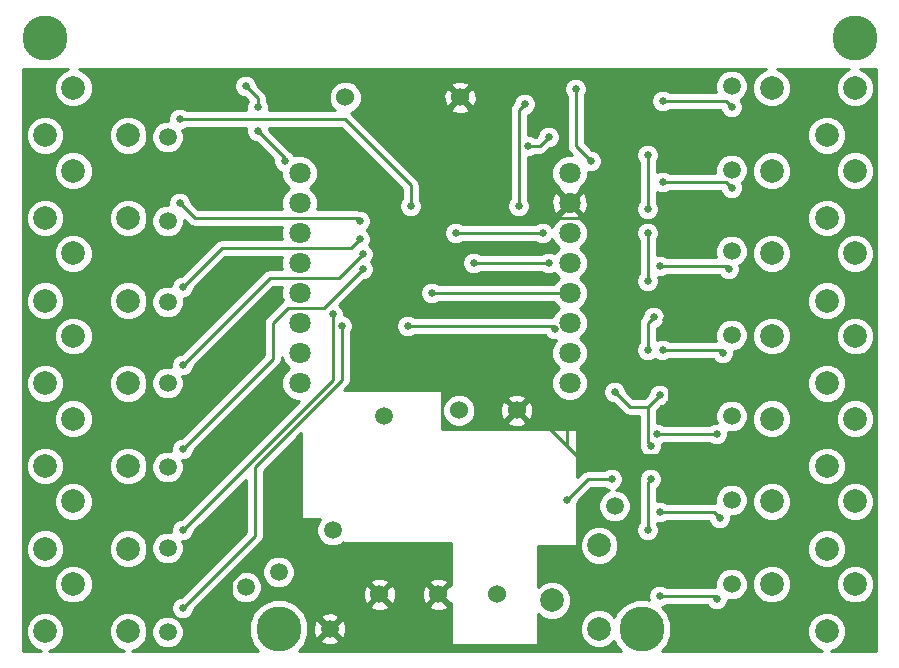
<source format=gbr>
G04 #@! TF.FileFunction,Copper,L2,Bot,Signal*
%FSLAX46Y46*%
G04 Gerber Fmt 4.6, Leading zero omitted, Abs format (unit mm)*
G04 Created by KiCad (PCBNEW 4.0.7) date Tuesday, June 05, 2018 'PMt' 05:00:48 PM*
%MOMM*%
%LPD*%
G01*
G04 APERTURE LIST*
%ADD10C,0.100000*%
%ADD11C,1.500000*%
%ADD12C,1.524000*%
%ADD13C,2.000000*%
%ADD14C,1.800000*%
%ADD15C,3.800000*%
%ADD16C,0.660000*%
%ADD17C,0.250000*%
%ADD18C,0.254000*%
G04 APERTURE END LIST*
D10*
D11*
X43942000Y-129794000D03*
D12*
X48150000Y-126850000D03*
X53150000Y-126850000D03*
X58150000Y-126850000D03*
D13*
X22244000Y-126000000D03*
X19844000Y-130000000D03*
X26894000Y-130000000D03*
X22244000Y-119000000D03*
X19844000Y-123000000D03*
X26894000Y-123000000D03*
X22244000Y-112000000D03*
X19844000Y-116000000D03*
X26894000Y-116000000D03*
X22244000Y-105000000D03*
X19844000Y-109000000D03*
X26894000Y-109000000D03*
X22244000Y-98000000D03*
X19844000Y-102000000D03*
X26894000Y-102000000D03*
X22244000Y-91000000D03*
X19844000Y-95000000D03*
X26894000Y-95000000D03*
X22244000Y-84000000D03*
X19844000Y-88000000D03*
X26894000Y-88000000D03*
X86026000Y-88000000D03*
X88426000Y-84000000D03*
X81376000Y-84000000D03*
X86026000Y-95000000D03*
X88426000Y-91000000D03*
X81376000Y-91000000D03*
X86026000Y-102000000D03*
X88426000Y-98000000D03*
X81376000Y-98000000D03*
X86026000Y-109000000D03*
X88426000Y-105000000D03*
X81376000Y-105000000D03*
X86026000Y-116000000D03*
X88426000Y-112000000D03*
X81376000Y-112000000D03*
X86026000Y-123000000D03*
X88426000Y-119000000D03*
X81376000Y-119000000D03*
X86026000Y-130000000D03*
X88426000Y-126000000D03*
X81376000Y-126000000D03*
X62770000Y-127376000D03*
X66770000Y-129776000D03*
X66770000Y-122726000D03*
D14*
X64262000Y-108966000D03*
X64262000Y-106426000D03*
X64262000Y-103886000D03*
X64262000Y-101346000D03*
X64262000Y-98806000D03*
X64262000Y-96266000D03*
X64262000Y-93726000D03*
X64262000Y-91186000D03*
X41402000Y-91186000D03*
X41402000Y-93726000D03*
X41402000Y-96266000D03*
X41402000Y-98806000D03*
X41402000Y-101346000D03*
X41402000Y-103886000D03*
X41402000Y-106426000D03*
X41402000Y-108966000D03*
D11*
X44196000Y-121412000D03*
X39624000Y-124968000D03*
X36830000Y-126238000D03*
X48514000Y-111760000D03*
X30226000Y-130048000D03*
X30226000Y-122936000D03*
X30226000Y-116078000D03*
X30226000Y-108966000D03*
X30226000Y-102108000D03*
X30226000Y-95250000D03*
X30226000Y-88138000D03*
X77978000Y-83820000D03*
X77978000Y-90932000D03*
X77978000Y-97790000D03*
X77978000Y-104902000D03*
X77978000Y-111760000D03*
X77978000Y-118872000D03*
X77978000Y-125984000D03*
X68072000Y-119380000D03*
D15*
X19812000Y-79756000D03*
X88392000Y-79756000D03*
X39624000Y-129794000D03*
X70358000Y-129794000D03*
D12*
X54892000Y-111280000D03*
X59792000Y-111280000D03*
X54992000Y-84780000D03*
X45292000Y-84780000D03*
D16*
X53848000Y-86614000D03*
X53594000Y-88646000D03*
X42418000Y-124714000D03*
X36068000Y-128524000D03*
X55626000Y-91440000D03*
X58674000Y-91440000D03*
X36322000Y-92456000D03*
X36322000Y-89916000D03*
X55626000Y-94996000D03*
X66548000Y-109728000D03*
X61722000Y-112014000D03*
X72390000Y-124968000D03*
X72390000Y-121412000D03*
X72390000Y-117602000D03*
X72390000Y-114300000D03*
X72644000Y-110744000D03*
X72644000Y-107188000D03*
X72390000Y-103632000D03*
X72390000Y-100330000D03*
X72390000Y-96520000D03*
X72390000Y-93980000D03*
X71882000Y-90170000D03*
X71882000Y-87376000D03*
X66040000Y-90170000D03*
X64770000Y-84074000D03*
X56134000Y-98806000D03*
X62484000Y-98806000D03*
X52578000Y-101346000D03*
X62992000Y-104394000D03*
X50546000Y-104140000D03*
X44958000Y-104140000D03*
X31496000Y-128016000D03*
X44196000Y-103124000D03*
X31496000Y-121412000D03*
X46736000Y-99314000D03*
X31496000Y-114554000D03*
X46736000Y-98044000D03*
X31496000Y-107442000D03*
X46482000Y-96774000D03*
X31496000Y-100838000D03*
X46482000Y-95250000D03*
X31242000Y-93726000D03*
X50800000Y-93980000D03*
X31242000Y-86614000D03*
X77978000Y-85598000D03*
X72136000Y-85090000D03*
X60452000Y-85344000D03*
X59944000Y-93980000D03*
X77978000Y-92456000D03*
X72136000Y-91948000D03*
X71882000Y-99060000D03*
X77724000Y-99314000D03*
X72136000Y-106172000D03*
X77216000Y-106426000D03*
X71628000Y-113284000D03*
X76708000Y-113284000D03*
X71882000Y-119888000D03*
X76962000Y-120396000D03*
X71882000Y-127000000D03*
X76708000Y-127254000D03*
X54610000Y-96266000D03*
X61976000Y-96266000D03*
X40132000Y-90170000D03*
X37846000Y-87630000D03*
X37846000Y-85598000D03*
X36830000Y-83820000D03*
X62484000Y-88138000D03*
X60706000Y-88900000D03*
X68072000Y-109728000D03*
X70866000Y-121412000D03*
X71120000Y-117094000D03*
X71120000Y-114300000D03*
X71882000Y-109982000D03*
X70866000Y-106172000D03*
X71374000Y-103378000D03*
X70866000Y-100330000D03*
X70866000Y-96266000D03*
X70866000Y-94234000D03*
X70866000Y-89662000D03*
X67818000Y-117094000D03*
X64008000Y-118872000D03*
D17*
X53848000Y-86614000D02*
X53594000Y-86868000D01*
X53594000Y-86868000D02*
X53594000Y-88646000D01*
X41148000Y-123444000D02*
X42418000Y-124714000D01*
X37846000Y-123444000D02*
X41148000Y-123444000D01*
X35560000Y-125730000D02*
X37846000Y-123444000D01*
X35560000Y-128016000D02*
X35560000Y-125730000D01*
X36068000Y-128524000D02*
X35560000Y-128016000D01*
X58674000Y-91440000D02*
X55626000Y-91440000D01*
X36322000Y-89916000D02*
X36322000Y-92456000D01*
X72390000Y-95250000D02*
X66294000Y-95250000D01*
X66040000Y-94996000D02*
X55626000Y-94996000D01*
X66294000Y-95250000D02*
X66040000Y-94996000D01*
X64008000Y-114300000D02*
X64008000Y-112268000D01*
X64008000Y-112268000D02*
X66548000Y-109728000D01*
X72390000Y-115062000D02*
X64770000Y-115062000D01*
X64770000Y-115062000D02*
X64008000Y-114300000D01*
X64008000Y-114300000D02*
X61722000Y-112014000D01*
X72390000Y-121412000D02*
X72390000Y-124968000D01*
X72390000Y-114300000D02*
X72390000Y-115062000D01*
X72390000Y-115062000D02*
X72390000Y-117602000D01*
X72644000Y-107188000D02*
X72644000Y-110744000D01*
X72390000Y-100330000D02*
X72390000Y-103632000D01*
X72390000Y-93980000D02*
X72390000Y-95250000D01*
X72390000Y-95250000D02*
X72390000Y-96520000D01*
X71882000Y-87376000D02*
X71882000Y-90170000D01*
X66040000Y-90170000D02*
X64770000Y-88900000D01*
X64770000Y-88900000D02*
X64770000Y-84074000D01*
X62484000Y-98806000D02*
X56134000Y-98806000D01*
X52578000Y-101346000D02*
X64262000Y-101346000D01*
X62992000Y-104394000D02*
X62738000Y-104140000D01*
X62738000Y-104140000D02*
X50546000Y-104140000D01*
X44958000Y-108712000D02*
X44958000Y-104140000D01*
X37592000Y-116078000D02*
X44958000Y-108712000D01*
X37592000Y-121920000D02*
X37592000Y-116078000D01*
X31496000Y-128016000D02*
X37592000Y-121920000D01*
X44196000Y-108712000D02*
X44196000Y-103124000D01*
X31496000Y-121412000D02*
X44196000Y-108712000D01*
X43434000Y-102616000D02*
X46736000Y-99314000D01*
X40386000Y-102616000D02*
X43434000Y-102616000D01*
X39116000Y-103886000D02*
X40386000Y-102616000D01*
X39116000Y-106934000D02*
X39116000Y-103886000D01*
X31496000Y-114554000D02*
X39116000Y-106934000D01*
X44704000Y-100076000D02*
X46736000Y-98044000D01*
X38862000Y-100076000D02*
X44704000Y-100076000D01*
X31496000Y-107442000D02*
X38862000Y-100076000D01*
X45720000Y-97536000D02*
X46482000Y-96774000D01*
X34798000Y-97536000D02*
X45720000Y-97536000D01*
X31496000Y-100838000D02*
X34798000Y-97536000D01*
X46228000Y-94996000D02*
X46482000Y-95250000D01*
X32512000Y-94996000D02*
X46228000Y-94996000D01*
X31242000Y-93726000D02*
X32512000Y-94996000D01*
X50800000Y-92202000D02*
X50800000Y-93980000D01*
X45212000Y-86614000D02*
X50800000Y-92202000D01*
X31242000Y-86614000D02*
X45212000Y-86614000D01*
X77978000Y-85598000D02*
X77470000Y-85090000D01*
X77470000Y-85090000D02*
X72136000Y-85090000D01*
X60452000Y-85344000D02*
X59944000Y-85852000D01*
X59944000Y-85852000D02*
X59944000Y-93980000D01*
X77978000Y-92456000D02*
X77470000Y-91948000D01*
X77470000Y-91948000D02*
X72136000Y-91948000D01*
X77470000Y-99060000D02*
X71882000Y-99060000D01*
X77724000Y-99314000D02*
X77470000Y-99060000D01*
X76962000Y-106172000D02*
X72136000Y-106172000D01*
X77216000Y-106426000D02*
X76962000Y-106172000D01*
X76708000Y-113284000D02*
X71628000Y-113284000D01*
X76454000Y-119888000D02*
X71882000Y-119888000D01*
X76962000Y-120396000D02*
X76454000Y-119888000D01*
X76454000Y-127000000D02*
X71882000Y-127000000D01*
X76708000Y-127254000D02*
X76454000Y-127000000D01*
X61976000Y-96266000D02*
X54610000Y-96266000D01*
X40132000Y-89916000D02*
X40132000Y-90170000D01*
X37846000Y-87630000D02*
X40132000Y-89916000D01*
X37846000Y-84836000D02*
X37846000Y-85598000D01*
X36830000Y-83820000D02*
X37846000Y-84836000D01*
X62484000Y-88138000D02*
X61722000Y-88900000D01*
X61722000Y-88900000D02*
X60706000Y-88900000D01*
X70866000Y-110998000D02*
X69342000Y-110998000D01*
X69342000Y-110998000D02*
X68072000Y-109728000D01*
X70866000Y-117348000D02*
X70866000Y-121412000D01*
X71120000Y-117094000D02*
X70866000Y-117348000D01*
X70866000Y-114046000D02*
X71120000Y-114300000D01*
X70866000Y-110998000D02*
X70866000Y-114046000D01*
X71882000Y-109982000D02*
X70866000Y-110998000D01*
X70866000Y-103886000D02*
X70866000Y-106172000D01*
X71374000Y-103378000D02*
X70866000Y-103886000D01*
X70866000Y-96266000D02*
X70866000Y-100330000D01*
X70866000Y-89662000D02*
X70866000Y-94234000D01*
X65786000Y-117094000D02*
X67818000Y-117094000D01*
X64008000Y-118872000D02*
X65786000Y-117094000D01*
D18*
G36*
X21319057Y-82613106D02*
X20858722Y-83072637D01*
X20609284Y-83673352D01*
X20608716Y-84323795D01*
X20857106Y-84924943D01*
X21316637Y-85385278D01*
X21917352Y-85634716D01*
X22567795Y-85635284D01*
X23168943Y-85386894D01*
X23629278Y-84927363D01*
X23878716Y-84326648D01*
X23879284Y-83676205D01*
X23630894Y-83075057D01*
X23171363Y-82614722D01*
X22709644Y-82423000D01*
X80911147Y-82423000D01*
X80451057Y-82613106D01*
X79990722Y-83072637D01*
X79741284Y-83673352D01*
X79740716Y-84323795D01*
X79989106Y-84924943D01*
X80448637Y-85385278D01*
X81049352Y-85634716D01*
X81699795Y-85635284D01*
X82300943Y-85386894D01*
X82761278Y-84927363D01*
X83010716Y-84326648D01*
X83011284Y-83676205D01*
X82762894Y-83075057D01*
X82303363Y-82614722D01*
X81841644Y-82423000D01*
X87961147Y-82423000D01*
X87501057Y-82613106D01*
X87040722Y-83072637D01*
X86791284Y-83673352D01*
X86790716Y-84323795D01*
X87039106Y-84924943D01*
X87498637Y-85385278D01*
X88099352Y-85634716D01*
X88749795Y-85635284D01*
X89350943Y-85386894D01*
X89811278Y-84927363D01*
X90060716Y-84326648D01*
X90061284Y-83676205D01*
X89812894Y-83075057D01*
X89353363Y-82614722D01*
X88891644Y-82423000D01*
X90222000Y-82423000D01*
X90222000Y-131624000D01*
X86377104Y-131624000D01*
X86950943Y-131386894D01*
X87411278Y-130927363D01*
X87660716Y-130326648D01*
X87661284Y-129676205D01*
X87412894Y-129075057D01*
X86953363Y-128614722D01*
X86352648Y-128365284D01*
X85702205Y-128364716D01*
X85101057Y-128613106D01*
X84640722Y-129072637D01*
X84391284Y-129673352D01*
X84390716Y-130323795D01*
X84639106Y-130924943D01*
X85098637Y-131385278D01*
X85673545Y-131624000D01*
X72112968Y-131624000D01*
X72505816Y-131231837D01*
X72892559Y-130300455D01*
X72893439Y-129291969D01*
X72508322Y-128359914D01*
X72102245Y-127953128D01*
X72427914Y-127818564D01*
X72486580Y-127760000D01*
X75872944Y-127760000D01*
X75889436Y-127799914D01*
X76160658Y-128071610D01*
X76515208Y-128218832D01*
X76899108Y-128219167D01*
X77253914Y-128072564D01*
X77525610Y-127801342D01*
X77672832Y-127446792D01*
X77672910Y-127356971D01*
X77701298Y-127368759D01*
X78252285Y-127369240D01*
X78761515Y-127158831D01*
X79151461Y-126769564D01*
X79336560Y-126323795D01*
X79740716Y-126323795D01*
X79989106Y-126924943D01*
X80448637Y-127385278D01*
X81049352Y-127634716D01*
X81699795Y-127635284D01*
X82300943Y-127386894D01*
X82761278Y-126927363D01*
X83010716Y-126326648D01*
X83010718Y-126323795D01*
X86790716Y-126323795D01*
X87039106Y-126924943D01*
X87498637Y-127385278D01*
X88099352Y-127634716D01*
X88749795Y-127635284D01*
X89350943Y-127386894D01*
X89811278Y-126927363D01*
X90060716Y-126326648D01*
X90061284Y-125676205D01*
X89812894Y-125075057D01*
X89353363Y-124614722D01*
X88752648Y-124365284D01*
X88102205Y-124364716D01*
X87501057Y-124613106D01*
X87040722Y-125072637D01*
X86791284Y-125673352D01*
X86790716Y-126323795D01*
X83010718Y-126323795D01*
X83011284Y-125676205D01*
X82762894Y-125075057D01*
X82303363Y-124614722D01*
X81702648Y-124365284D01*
X81052205Y-124364716D01*
X80451057Y-124613106D01*
X79990722Y-125072637D01*
X79741284Y-125673352D01*
X79740716Y-126323795D01*
X79336560Y-126323795D01*
X79362759Y-126260702D01*
X79363240Y-125709715D01*
X79152831Y-125200485D01*
X78763564Y-124810539D01*
X78254702Y-124599241D01*
X77703715Y-124598760D01*
X77194485Y-124809169D01*
X76804539Y-125198436D01*
X76593241Y-125707298D01*
X76592760Y-126258285D01*
X76596954Y-126268436D01*
X76454000Y-126240000D01*
X72486851Y-126240000D01*
X72429342Y-126182390D01*
X72074792Y-126035168D01*
X71690892Y-126034833D01*
X71336086Y-126181436D01*
X71064390Y-126452658D01*
X70917168Y-126807208D01*
X70916833Y-127191108D01*
X70961763Y-127299847D01*
X70864455Y-127259441D01*
X69855969Y-127258561D01*
X68923914Y-127643678D01*
X68210184Y-128356163D01*
X68049400Y-128743375D01*
X67697363Y-128390722D01*
X67096648Y-128141284D01*
X66446205Y-128140716D01*
X65845057Y-128389106D01*
X65384722Y-128848637D01*
X65135284Y-129449352D01*
X65134716Y-130099795D01*
X65383106Y-130700943D01*
X65842637Y-131161278D01*
X66443352Y-131410716D01*
X67093795Y-131411284D01*
X67694943Y-131162894D01*
X68038878Y-130819559D01*
X68207678Y-131228086D01*
X68602901Y-131624000D01*
X41378968Y-131624000D01*
X41771816Y-131231837D01*
X41965448Y-130765517D01*
X43150088Y-130765517D01*
X43218077Y-131006460D01*
X43737171Y-131191201D01*
X44287448Y-131163230D01*
X44665923Y-131006460D01*
X44733912Y-130765517D01*
X43942000Y-129973605D01*
X43150088Y-130765517D01*
X41965448Y-130765517D01*
X42158559Y-130300455D01*
X42159179Y-129589171D01*
X42544799Y-129589171D01*
X42572770Y-130139448D01*
X42729540Y-130517923D01*
X42970483Y-130585912D01*
X43762395Y-129794000D01*
X44121605Y-129794000D01*
X44913517Y-130585912D01*
X45154460Y-130517923D01*
X45339201Y-129998829D01*
X45311230Y-129448552D01*
X45154460Y-129070077D01*
X44913517Y-129002088D01*
X44121605Y-129794000D01*
X43762395Y-129794000D01*
X42970483Y-129002088D01*
X42729540Y-129070077D01*
X42544799Y-129589171D01*
X42159179Y-129589171D01*
X42159439Y-129291969D01*
X41965452Y-128822483D01*
X43150088Y-128822483D01*
X43942000Y-129614395D01*
X44733912Y-128822483D01*
X44665923Y-128581540D01*
X44146829Y-128396799D01*
X43596552Y-128424770D01*
X43218077Y-128581540D01*
X43150088Y-128822483D01*
X41965452Y-128822483D01*
X41774322Y-128359914D01*
X41245545Y-127830213D01*
X47349392Y-127830213D01*
X47418857Y-128072397D01*
X47942302Y-128259144D01*
X48497368Y-128231362D01*
X48881143Y-128072397D01*
X48950608Y-127830213D01*
X52349392Y-127830213D01*
X52418857Y-128072397D01*
X52942302Y-128259144D01*
X53497368Y-128231362D01*
X53881143Y-128072397D01*
X53950608Y-127830213D01*
X53150000Y-127029605D01*
X52349392Y-127830213D01*
X48950608Y-127830213D01*
X48150000Y-127029605D01*
X47349392Y-127830213D01*
X41245545Y-127830213D01*
X41061837Y-127646184D01*
X40130455Y-127259441D01*
X39121969Y-127258561D01*
X38189914Y-127643678D01*
X37476184Y-128356163D01*
X37089441Y-129287545D01*
X37088561Y-130296031D01*
X37473678Y-131228086D01*
X37868901Y-131624000D01*
X27245104Y-131624000D01*
X27818943Y-131386894D01*
X28279278Y-130927363D01*
X28528716Y-130326648D01*
X28528719Y-130322285D01*
X28840760Y-130322285D01*
X29051169Y-130831515D01*
X29440436Y-131221461D01*
X29949298Y-131432759D01*
X30500285Y-131433240D01*
X31009515Y-131222831D01*
X31399461Y-130833564D01*
X31610759Y-130324702D01*
X31611240Y-129773715D01*
X31400831Y-129264485D01*
X31011564Y-128874539D01*
X30502702Y-128663241D01*
X29951715Y-128662760D01*
X29442485Y-128873169D01*
X29052539Y-129262436D01*
X28841241Y-129771298D01*
X28840760Y-130322285D01*
X28528719Y-130322285D01*
X28529284Y-129676205D01*
X28280894Y-129075057D01*
X27821363Y-128614722D01*
X27220648Y-128365284D01*
X26570205Y-128364716D01*
X25969057Y-128613106D01*
X25508722Y-129072637D01*
X25259284Y-129673352D01*
X25258716Y-130323795D01*
X25507106Y-130924943D01*
X25966637Y-131385278D01*
X26541545Y-131624000D01*
X20195104Y-131624000D01*
X20768943Y-131386894D01*
X21229278Y-130927363D01*
X21478716Y-130326648D01*
X21479284Y-129676205D01*
X21230894Y-129075057D01*
X20771363Y-128614722D01*
X20170648Y-128365284D01*
X19520205Y-128364716D01*
X18919057Y-128613106D01*
X18458722Y-129072637D01*
X18209284Y-129673352D01*
X18208716Y-130323795D01*
X18457106Y-130924943D01*
X18916637Y-131385278D01*
X19491545Y-131624000D01*
X17982000Y-131624000D01*
X17982000Y-126323795D01*
X20608716Y-126323795D01*
X20857106Y-126924943D01*
X21316637Y-127385278D01*
X21917352Y-127634716D01*
X22567795Y-127635284D01*
X23168943Y-127386894D01*
X23629278Y-126927363D01*
X23878716Y-126326648D01*
X23879284Y-125676205D01*
X23630894Y-125075057D01*
X23171363Y-124614722D01*
X22570648Y-124365284D01*
X21920205Y-124364716D01*
X21319057Y-124613106D01*
X20858722Y-125072637D01*
X20609284Y-125673352D01*
X20608716Y-126323795D01*
X17982000Y-126323795D01*
X17982000Y-123323795D01*
X18208716Y-123323795D01*
X18457106Y-123924943D01*
X18916637Y-124385278D01*
X19517352Y-124634716D01*
X20167795Y-124635284D01*
X20768943Y-124386894D01*
X21229278Y-123927363D01*
X21478716Y-123326648D01*
X21478718Y-123323795D01*
X25258716Y-123323795D01*
X25507106Y-123924943D01*
X25966637Y-124385278D01*
X26567352Y-124634716D01*
X27217795Y-124635284D01*
X27818943Y-124386894D01*
X28279278Y-123927363D01*
X28528716Y-123326648D01*
X28529284Y-122676205D01*
X28280894Y-122075057D01*
X27821363Y-121614722D01*
X27220648Y-121365284D01*
X26570205Y-121364716D01*
X25969057Y-121613106D01*
X25508722Y-122072637D01*
X25259284Y-122673352D01*
X25258716Y-123323795D01*
X21478718Y-123323795D01*
X21479284Y-122676205D01*
X21230894Y-122075057D01*
X20771363Y-121614722D01*
X20170648Y-121365284D01*
X19520205Y-121364716D01*
X18919057Y-121613106D01*
X18458722Y-122072637D01*
X18209284Y-122673352D01*
X18208716Y-123323795D01*
X17982000Y-123323795D01*
X17982000Y-119323795D01*
X20608716Y-119323795D01*
X20857106Y-119924943D01*
X21316637Y-120385278D01*
X21917352Y-120634716D01*
X22567795Y-120635284D01*
X23168943Y-120386894D01*
X23629278Y-119927363D01*
X23878716Y-119326648D01*
X23879284Y-118676205D01*
X23630894Y-118075057D01*
X23171363Y-117614722D01*
X22570648Y-117365284D01*
X21920205Y-117364716D01*
X21319057Y-117613106D01*
X20858722Y-118072637D01*
X20609284Y-118673352D01*
X20608716Y-119323795D01*
X17982000Y-119323795D01*
X17982000Y-116323795D01*
X18208716Y-116323795D01*
X18457106Y-116924943D01*
X18916637Y-117385278D01*
X19517352Y-117634716D01*
X20167795Y-117635284D01*
X20768943Y-117386894D01*
X21229278Y-116927363D01*
X21478716Y-116326648D01*
X21478718Y-116323795D01*
X25258716Y-116323795D01*
X25507106Y-116924943D01*
X25966637Y-117385278D01*
X26567352Y-117634716D01*
X27217795Y-117635284D01*
X27818943Y-117386894D01*
X28279278Y-116927363D01*
X28528716Y-116326648D01*
X28529284Y-115676205D01*
X28280894Y-115075057D01*
X27821363Y-114614722D01*
X27220648Y-114365284D01*
X26570205Y-114364716D01*
X25969057Y-114613106D01*
X25508722Y-115072637D01*
X25259284Y-115673352D01*
X25258716Y-116323795D01*
X21478718Y-116323795D01*
X21479284Y-115676205D01*
X21230894Y-115075057D01*
X20771363Y-114614722D01*
X20170648Y-114365284D01*
X19520205Y-114364716D01*
X18919057Y-114613106D01*
X18458722Y-115072637D01*
X18209284Y-115673352D01*
X18208716Y-116323795D01*
X17982000Y-116323795D01*
X17982000Y-112323795D01*
X20608716Y-112323795D01*
X20857106Y-112924943D01*
X21316637Y-113385278D01*
X21917352Y-113634716D01*
X22567795Y-113635284D01*
X23168943Y-113386894D01*
X23629278Y-112927363D01*
X23878716Y-112326648D01*
X23879284Y-111676205D01*
X23630894Y-111075057D01*
X23171363Y-110614722D01*
X22570648Y-110365284D01*
X21920205Y-110364716D01*
X21319057Y-110613106D01*
X20858722Y-111072637D01*
X20609284Y-111673352D01*
X20608716Y-112323795D01*
X17982000Y-112323795D01*
X17982000Y-109323795D01*
X18208716Y-109323795D01*
X18457106Y-109924943D01*
X18916637Y-110385278D01*
X19517352Y-110634716D01*
X20167795Y-110635284D01*
X20768943Y-110386894D01*
X21229278Y-109927363D01*
X21478716Y-109326648D01*
X21478718Y-109323795D01*
X25258716Y-109323795D01*
X25507106Y-109924943D01*
X25966637Y-110385278D01*
X26567352Y-110634716D01*
X27217795Y-110635284D01*
X27818943Y-110386894D01*
X28279278Y-109927363D01*
X28528716Y-109326648D01*
X28529284Y-108676205D01*
X28280894Y-108075057D01*
X27821363Y-107614722D01*
X27220648Y-107365284D01*
X26570205Y-107364716D01*
X25969057Y-107613106D01*
X25508722Y-108072637D01*
X25259284Y-108673352D01*
X25258716Y-109323795D01*
X21478718Y-109323795D01*
X21479284Y-108676205D01*
X21230894Y-108075057D01*
X20771363Y-107614722D01*
X20170648Y-107365284D01*
X19520205Y-107364716D01*
X18919057Y-107613106D01*
X18458722Y-108072637D01*
X18209284Y-108673352D01*
X18208716Y-109323795D01*
X17982000Y-109323795D01*
X17982000Y-105323795D01*
X20608716Y-105323795D01*
X20857106Y-105924943D01*
X21316637Y-106385278D01*
X21917352Y-106634716D01*
X22567795Y-106635284D01*
X23168943Y-106386894D01*
X23629278Y-105927363D01*
X23878716Y-105326648D01*
X23879284Y-104676205D01*
X23630894Y-104075057D01*
X23171363Y-103614722D01*
X22570648Y-103365284D01*
X21920205Y-103364716D01*
X21319057Y-103613106D01*
X20858722Y-104072637D01*
X20609284Y-104673352D01*
X20608716Y-105323795D01*
X17982000Y-105323795D01*
X17982000Y-102323795D01*
X18208716Y-102323795D01*
X18457106Y-102924943D01*
X18916637Y-103385278D01*
X19517352Y-103634716D01*
X20167795Y-103635284D01*
X20768943Y-103386894D01*
X21229278Y-102927363D01*
X21478716Y-102326648D01*
X21478718Y-102323795D01*
X25258716Y-102323795D01*
X25507106Y-102924943D01*
X25966637Y-103385278D01*
X26567352Y-103634716D01*
X27217795Y-103635284D01*
X27818943Y-103386894D01*
X28279278Y-102927363D01*
X28528716Y-102326648D01*
X28529284Y-101676205D01*
X28280894Y-101075057D01*
X27821363Y-100614722D01*
X27220648Y-100365284D01*
X26570205Y-100364716D01*
X25969057Y-100613106D01*
X25508722Y-101072637D01*
X25259284Y-101673352D01*
X25258716Y-102323795D01*
X21478718Y-102323795D01*
X21479284Y-101676205D01*
X21230894Y-101075057D01*
X20771363Y-100614722D01*
X20170648Y-100365284D01*
X19520205Y-100364716D01*
X18919057Y-100613106D01*
X18458722Y-101072637D01*
X18209284Y-101673352D01*
X18208716Y-102323795D01*
X17982000Y-102323795D01*
X17982000Y-98323795D01*
X20608716Y-98323795D01*
X20857106Y-98924943D01*
X21316637Y-99385278D01*
X21917352Y-99634716D01*
X22567795Y-99635284D01*
X23168943Y-99386894D01*
X23629278Y-98927363D01*
X23878716Y-98326648D01*
X23879284Y-97676205D01*
X23630894Y-97075057D01*
X23171363Y-96614722D01*
X22570648Y-96365284D01*
X21920205Y-96364716D01*
X21319057Y-96613106D01*
X20858722Y-97072637D01*
X20609284Y-97673352D01*
X20608716Y-98323795D01*
X17982000Y-98323795D01*
X17982000Y-95323795D01*
X18208716Y-95323795D01*
X18457106Y-95924943D01*
X18916637Y-96385278D01*
X19517352Y-96634716D01*
X20167795Y-96635284D01*
X20768943Y-96386894D01*
X21229278Y-95927363D01*
X21478716Y-95326648D01*
X21478718Y-95323795D01*
X25258716Y-95323795D01*
X25507106Y-95924943D01*
X25966637Y-96385278D01*
X26567352Y-96634716D01*
X27217795Y-96635284D01*
X27818943Y-96386894D01*
X28279278Y-95927363D01*
X28528716Y-95326648D01*
X28529284Y-94676205D01*
X28280894Y-94075057D01*
X27821363Y-93614722D01*
X27220648Y-93365284D01*
X26570205Y-93364716D01*
X25969057Y-93613106D01*
X25508722Y-94072637D01*
X25259284Y-94673352D01*
X25258716Y-95323795D01*
X21478718Y-95323795D01*
X21479284Y-94676205D01*
X21230894Y-94075057D01*
X20771363Y-93614722D01*
X20170648Y-93365284D01*
X19520205Y-93364716D01*
X18919057Y-93613106D01*
X18458722Y-94072637D01*
X18209284Y-94673352D01*
X18208716Y-95323795D01*
X17982000Y-95323795D01*
X17982000Y-91323795D01*
X20608716Y-91323795D01*
X20857106Y-91924943D01*
X21316637Y-92385278D01*
X21917352Y-92634716D01*
X22567795Y-92635284D01*
X23168943Y-92386894D01*
X23629278Y-91927363D01*
X23878716Y-91326648D01*
X23879284Y-90676205D01*
X23630894Y-90075057D01*
X23171363Y-89614722D01*
X22570648Y-89365284D01*
X21920205Y-89364716D01*
X21319057Y-89613106D01*
X20858722Y-90072637D01*
X20609284Y-90673352D01*
X20608716Y-91323795D01*
X17982000Y-91323795D01*
X17982000Y-88323795D01*
X18208716Y-88323795D01*
X18457106Y-88924943D01*
X18916637Y-89385278D01*
X19517352Y-89634716D01*
X20167795Y-89635284D01*
X20768943Y-89386894D01*
X21229278Y-88927363D01*
X21478716Y-88326648D01*
X21478718Y-88323795D01*
X25258716Y-88323795D01*
X25507106Y-88924943D01*
X25966637Y-89385278D01*
X26567352Y-89634716D01*
X27217795Y-89635284D01*
X27818943Y-89386894D01*
X28279278Y-88927363D01*
X28493156Y-88412285D01*
X28840760Y-88412285D01*
X29051169Y-88921515D01*
X29440436Y-89311461D01*
X29949298Y-89522759D01*
X30500285Y-89523240D01*
X31009515Y-89312831D01*
X31399461Y-88923564D01*
X31610759Y-88414702D01*
X31611240Y-87863715D01*
X31484836Y-87557793D01*
X31787914Y-87432564D01*
X31846580Y-87374000D01*
X36907414Y-87374000D01*
X36881168Y-87437208D01*
X36880833Y-87821108D01*
X37027436Y-88175914D01*
X37298658Y-88447610D01*
X37653208Y-88594832D01*
X37736102Y-88594904D01*
X39167125Y-90025927D01*
X39166833Y-90361108D01*
X39313436Y-90715914D01*
X39584658Y-90987610D01*
X39867071Y-91104878D01*
X39866735Y-91489991D01*
X40099932Y-92054371D01*
X40501182Y-92456323D01*
X40101449Y-92855357D01*
X39867267Y-93419330D01*
X39866735Y-94029991D01*
X39951856Y-94236000D01*
X32826802Y-94236000D01*
X32207096Y-93616294D01*
X32207167Y-93534892D01*
X32060564Y-93180086D01*
X31789342Y-92908390D01*
X31434792Y-92761168D01*
X31050892Y-92760833D01*
X30696086Y-92907436D01*
X30424390Y-93178658D01*
X30277168Y-93533208D01*
X30276878Y-93865044D01*
X29951715Y-93864760D01*
X29442485Y-94075169D01*
X29052539Y-94464436D01*
X28841241Y-94973298D01*
X28840760Y-95524285D01*
X29051169Y-96033515D01*
X29440436Y-96423461D01*
X29949298Y-96634759D01*
X30500285Y-96635240D01*
X31009515Y-96424831D01*
X31399461Y-96035564D01*
X31610759Y-95526702D01*
X31611071Y-95169873D01*
X31974599Y-95533401D01*
X32221160Y-95698148D01*
X32512000Y-95756000D01*
X39951697Y-95756000D01*
X39867267Y-95959330D01*
X39866735Y-96569991D01*
X39951856Y-96776000D01*
X34798000Y-96776000D01*
X34507160Y-96833852D01*
X34260599Y-96998599D01*
X31386294Y-99872904D01*
X31304892Y-99872833D01*
X30950086Y-100019436D01*
X30678390Y-100290658D01*
X30531168Y-100645208D01*
X30531090Y-100735029D01*
X30502702Y-100723241D01*
X29951715Y-100722760D01*
X29442485Y-100933169D01*
X29052539Y-101322436D01*
X28841241Y-101831298D01*
X28840760Y-102382285D01*
X29051169Y-102891515D01*
X29440436Y-103281461D01*
X29949298Y-103492759D01*
X30500285Y-103493240D01*
X31009515Y-103282831D01*
X31399461Y-102893564D01*
X31610759Y-102384702D01*
X31611240Y-101833715D01*
X31598586Y-101803090D01*
X31687108Y-101803167D01*
X32041914Y-101656564D01*
X32313610Y-101385342D01*
X32460832Y-101030792D01*
X32460904Y-100947898D01*
X35112802Y-98296000D01*
X39951697Y-98296000D01*
X39867267Y-98499330D01*
X39866735Y-99109991D01*
X39951856Y-99316000D01*
X38862000Y-99316000D01*
X38571161Y-99373852D01*
X38324599Y-99538599D01*
X31386294Y-106476904D01*
X31304892Y-106476833D01*
X30950086Y-106623436D01*
X30678390Y-106894658D01*
X30531168Y-107249208D01*
X30530868Y-107592937D01*
X30502702Y-107581241D01*
X29951715Y-107580760D01*
X29442485Y-107791169D01*
X29052539Y-108180436D01*
X28841241Y-108689298D01*
X28840760Y-109240285D01*
X29051169Y-109749515D01*
X29440436Y-110139461D01*
X29949298Y-110350759D01*
X30500285Y-110351240D01*
X31009515Y-110140831D01*
X31399461Y-109751564D01*
X31610759Y-109242702D01*
X31611240Y-108691715D01*
X31493598Y-108406998D01*
X31687108Y-108407167D01*
X32041914Y-108260564D01*
X32313610Y-107989342D01*
X32460832Y-107634792D01*
X32460904Y-107551898D01*
X39176802Y-100836000D01*
X39951697Y-100836000D01*
X39867267Y-101039330D01*
X39866735Y-101649991D01*
X40001593Y-101976372D01*
X39848599Y-102078599D01*
X38578599Y-103348599D01*
X38413852Y-103595161D01*
X38356000Y-103886000D01*
X38356000Y-106619198D01*
X31386294Y-113588904D01*
X31304892Y-113588833D01*
X30950086Y-113735436D01*
X30678390Y-114006658D01*
X30531168Y-114361208D01*
X30530868Y-114704937D01*
X30502702Y-114693241D01*
X29951715Y-114692760D01*
X29442485Y-114903169D01*
X29052539Y-115292436D01*
X28841241Y-115801298D01*
X28840760Y-116352285D01*
X29051169Y-116861515D01*
X29440436Y-117251461D01*
X29949298Y-117462759D01*
X30500285Y-117463240D01*
X31009515Y-117252831D01*
X31399461Y-116863564D01*
X31610759Y-116354702D01*
X31611240Y-115803715D01*
X31493598Y-115518998D01*
X31687108Y-115519167D01*
X32041914Y-115372564D01*
X32313610Y-115101342D01*
X32460832Y-114746792D01*
X32460904Y-114663898D01*
X39653401Y-107471401D01*
X39818148Y-107224840D01*
X39876000Y-106934000D01*
X39876000Y-106752414D01*
X40099932Y-107294371D01*
X40501182Y-107696323D01*
X40101449Y-108095357D01*
X39867267Y-108659330D01*
X39866735Y-109269991D01*
X40099932Y-109834371D01*
X40531357Y-110266551D01*
X41095330Y-110500733D01*
X41332259Y-110500939D01*
X31386294Y-120446904D01*
X31304892Y-120446833D01*
X30950086Y-120593436D01*
X30678390Y-120864658D01*
X30531168Y-121219208D01*
X30530868Y-121562937D01*
X30502702Y-121551241D01*
X29951715Y-121550760D01*
X29442485Y-121761169D01*
X29052539Y-122150436D01*
X28841241Y-122659298D01*
X28840760Y-123210285D01*
X29051169Y-123719515D01*
X29440436Y-124109461D01*
X29949298Y-124320759D01*
X30500285Y-124321240D01*
X31009515Y-124110831D01*
X31399461Y-123721564D01*
X31610759Y-123212702D01*
X31611240Y-122661715D01*
X31493598Y-122376998D01*
X31687108Y-122377167D01*
X32041914Y-122230564D01*
X32313610Y-121959342D01*
X32460832Y-121604792D01*
X32460904Y-121521898D01*
X36832000Y-117150802D01*
X36832000Y-121605198D01*
X31386294Y-127050904D01*
X31304892Y-127050833D01*
X30950086Y-127197436D01*
X30678390Y-127468658D01*
X30531168Y-127823208D01*
X30530833Y-128207108D01*
X30677436Y-128561914D01*
X30948658Y-128833610D01*
X31303208Y-128980832D01*
X31687108Y-128981167D01*
X32041914Y-128834564D01*
X32313610Y-128563342D01*
X32460832Y-128208792D01*
X32460904Y-128125898D01*
X34074517Y-126512285D01*
X35444760Y-126512285D01*
X35655169Y-127021515D01*
X36044436Y-127411461D01*
X36553298Y-127622759D01*
X37104285Y-127623240D01*
X37613515Y-127412831D01*
X38003461Y-127023564D01*
X38161774Y-126642302D01*
X46740856Y-126642302D01*
X46768638Y-127197368D01*
X46927603Y-127581143D01*
X47169787Y-127650608D01*
X47970395Y-126850000D01*
X48329605Y-126850000D01*
X49130213Y-127650608D01*
X49372397Y-127581143D01*
X49559144Y-127057698D01*
X49538353Y-126642302D01*
X51740856Y-126642302D01*
X51768638Y-127197368D01*
X51927603Y-127581143D01*
X52169787Y-127650608D01*
X52970395Y-126850000D01*
X52169787Y-126049392D01*
X51927603Y-126118857D01*
X51740856Y-126642302D01*
X49538353Y-126642302D01*
X49531362Y-126502632D01*
X49372397Y-126118857D01*
X49130213Y-126049392D01*
X48329605Y-126850000D01*
X47970395Y-126850000D01*
X47169787Y-126049392D01*
X46927603Y-126118857D01*
X46740856Y-126642302D01*
X38161774Y-126642302D01*
X38214759Y-126514702D01*
X38215240Y-125963715D01*
X38004831Y-125454485D01*
X37793001Y-125242285D01*
X38238760Y-125242285D01*
X38449169Y-125751515D01*
X38838436Y-126141461D01*
X39347298Y-126352759D01*
X39898285Y-126353240D01*
X40407515Y-126142831D01*
X40681035Y-125869787D01*
X47349392Y-125869787D01*
X48150000Y-126670395D01*
X48950608Y-125869787D01*
X52349392Y-125869787D01*
X53150000Y-126670395D01*
X53950608Y-125869787D01*
X53881143Y-125627603D01*
X53357698Y-125440856D01*
X52802632Y-125468638D01*
X52418857Y-125627603D01*
X52349392Y-125869787D01*
X48950608Y-125869787D01*
X48881143Y-125627603D01*
X48357698Y-125440856D01*
X47802632Y-125468638D01*
X47418857Y-125627603D01*
X47349392Y-125869787D01*
X40681035Y-125869787D01*
X40797461Y-125753564D01*
X41008759Y-125244702D01*
X41009240Y-124693715D01*
X40798831Y-124184485D01*
X40409564Y-123794539D01*
X39900702Y-123583241D01*
X39349715Y-123582760D01*
X38840485Y-123793169D01*
X38450539Y-124182436D01*
X38239241Y-124691298D01*
X38238760Y-125242285D01*
X37793001Y-125242285D01*
X37615564Y-125064539D01*
X37106702Y-124853241D01*
X36555715Y-124852760D01*
X36046485Y-125063169D01*
X35656539Y-125452436D01*
X35445241Y-125961298D01*
X35444760Y-126512285D01*
X34074517Y-126512285D01*
X38129401Y-122457401D01*
X38294148Y-122210839D01*
X38352000Y-121920000D01*
X38352000Y-116392802D01*
X41529000Y-113215802D01*
X41529000Y-120396000D01*
X41537685Y-120442159D01*
X41564965Y-120484553D01*
X41606590Y-120512994D01*
X41656000Y-120523000D01*
X43126155Y-120523000D01*
X43022539Y-120626436D01*
X42811241Y-121135298D01*
X42810760Y-121686285D01*
X43021169Y-122195515D01*
X43410436Y-122585461D01*
X43919298Y-122796759D01*
X44470285Y-122797240D01*
X44979515Y-122586831D01*
X45093479Y-122473065D01*
X45093685Y-122474159D01*
X45120965Y-122516553D01*
X45162590Y-122544994D01*
X45212000Y-122555000D01*
X54229000Y-122555000D01*
X54229000Y-126077727D01*
X54130213Y-126049392D01*
X53329605Y-126850000D01*
X54130213Y-127650608D01*
X54229000Y-127622273D01*
X54229000Y-131064000D01*
X54237685Y-131110159D01*
X54264965Y-131152553D01*
X54306590Y-131180994D01*
X54356000Y-131191000D01*
X61468000Y-131191000D01*
X61514159Y-131182315D01*
X61556553Y-131155035D01*
X61584994Y-131113410D01*
X61595000Y-131064000D01*
X61595000Y-128513208D01*
X61842637Y-128761278D01*
X62443352Y-129010716D01*
X63093795Y-129011284D01*
X63694943Y-128762894D01*
X64155278Y-128303363D01*
X64404716Y-127702648D01*
X64405284Y-127052205D01*
X64156894Y-126451057D01*
X63697363Y-125990722D01*
X63096648Y-125741284D01*
X62446205Y-125740716D01*
X61845057Y-125989106D01*
X61595000Y-126238726D01*
X61595000Y-123049795D01*
X65134716Y-123049795D01*
X65383106Y-123650943D01*
X65842637Y-124111278D01*
X66443352Y-124360716D01*
X67093795Y-124361284D01*
X67694943Y-124112894D01*
X68155278Y-123653363D01*
X68292126Y-123323795D01*
X84390716Y-123323795D01*
X84639106Y-123924943D01*
X85098637Y-124385278D01*
X85699352Y-124634716D01*
X86349795Y-124635284D01*
X86950943Y-124386894D01*
X87411278Y-123927363D01*
X87660716Y-123326648D01*
X87661284Y-122676205D01*
X87412894Y-122075057D01*
X86953363Y-121614722D01*
X86352648Y-121365284D01*
X85702205Y-121364716D01*
X85101057Y-121613106D01*
X84640722Y-122072637D01*
X84391284Y-122673352D01*
X84390716Y-123323795D01*
X68292126Y-123323795D01*
X68404716Y-123052648D01*
X68405284Y-122402205D01*
X68156894Y-121801057D01*
X67959291Y-121603108D01*
X69900833Y-121603108D01*
X70047436Y-121957914D01*
X70318658Y-122229610D01*
X70673208Y-122376832D01*
X71057108Y-122377167D01*
X71411914Y-122230564D01*
X71683610Y-121959342D01*
X71830832Y-121604792D01*
X71831167Y-121220892D01*
X71684564Y-120866086D01*
X71658678Y-120840155D01*
X71689208Y-120852832D01*
X72073108Y-120853167D01*
X72427914Y-120706564D01*
X72486580Y-120648000D01*
X76021993Y-120648000D01*
X76143436Y-120941914D01*
X76414658Y-121213610D01*
X76769208Y-121360832D01*
X77153108Y-121361167D01*
X77507914Y-121214564D01*
X77779610Y-120943342D01*
X77926832Y-120588792D01*
X77927122Y-120256956D01*
X78252285Y-120257240D01*
X78761515Y-120046831D01*
X79151461Y-119657564D01*
X79290054Y-119323795D01*
X79740716Y-119323795D01*
X79989106Y-119924943D01*
X80448637Y-120385278D01*
X81049352Y-120634716D01*
X81699795Y-120635284D01*
X82300943Y-120386894D01*
X82761278Y-119927363D01*
X83010716Y-119326648D01*
X83010718Y-119323795D01*
X86790716Y-119323795D01*
X87039106Y-119924943D01*
X87498637Y-120385278D01*
X88099352Y-120634716D01*
X88749795Y-120635284D01*
X89350943Y-120386894D01*
X89811278Y-119927363D01*
X90060716Y-119326648D01*
X90061284Y-118676205D01*
X89812894Y-118075057D01*
X89353363Y-117614722D01*
X88752648Y-117365284D01*
X88102205Y-117364716D01*
X87501057Y-117613106D01*
X87040722Y-118072637D01*
X86791284Y-118673352D01*
X86790716Y-119323795D01*
X83010718Y-119323795D01*
X83011284Y-118676205D01*
X82762894Y-118075057D01*
X82303363Y-117614722D01*
X81702648Y-117365284D01*
X81052205Y-117364716D01*
X80451057Y-117613106D01*
X79990722Y-118072637D01*
X79741284Y-118673352D01*
X79740716Y-119323795D01*
X79290054Y-119323795D01*
X79362759Y-119148702D01*
X79363240Y-118597715D01*
X79152831Y-118088485D01*
X78763564Y-117698539D01*
X78254702Y-117487241D01*
X77703715Y-117486760D01*
X77194485Y-117697169D01*
X76804539Y-118086436D01*
X76593241Y-118595298D01*
X76592760Y-119146285D01*
X76596954Y-119156436D01*
X76454000Y-119128000D01*
X72486851Y-119128000D01*
X72429342Y-119070390D01*
X72074792Y-118923168D01*
X71690892Y-118922833D01*
X71626000Y-118949646D01*
X71626000Y-117929056D01*
X71665914Y-117912564D01*
X71937610Y-117641342D01*
X72084832Y-117286792D01*
X72085167Y-116902892D01*
X71938564Y-116548086D01*
X71714665Y-116323795D01*
X84390716Y-116323795D01*
X84639106Y-116924943D01*
X85098637Y-117385278D01*
X85699352Y-117634716D01*
X86349795Y-117635284D01*
X86950943Y-117386894D01*
X87411278Y-116927363D01*
X87660716Y-116326648D01*
X87661284Y-115676205D01*
X87412894Y-115075057D01*
X86953363Y-114614722D01*
X86352648Y-114365284D01*
X85702205Y-114364716D01*
X85101057Y-114613106D01*
X84640722Y-115072637D01*
X84391284Y-115673352D01*
X84390716Y-116323795D01*
X71714665Y-116323795D01*
X71667342Y-116276390D01*
X71312792Y-116129168D01*
X70928892Y-116128833D01*
X70574086Y-116275436D01*
X70302390Y-116546658D01*
X70155168Y-116901208D01*
X70154993Y-117101698D01*
X70106000Y-117348000D01*
X70106000Y-120807149D01*
X70048390Y-120864658D01*
X69901168Y-121219208D01*
X69900833Y-121603108D01*
X67959291Y-121603108D01*
X67697363Y-121340722D01*
X67096648Y-121091284D01*
X66446205Y-121090716D01*
X65845057Y-121339106D01*
X65384722Y-121798637D01*
X65135284Y-122399352D01*
X65134716Y-123049795D01*
X61595000Y-123049795D01*
X61595000Y-122809000D01*
X64770000Y-122809000D01*
X64816159Y-122800315D01*
X64858553Y-122773035D01*
X64886994Y-122731410D01*
X64897000Y-122682000D01*
X64897000Y-119247416D01*
X64972832Y-119064792D01*
X64972904Y-118981898D01*
X66100802Y-117854000D01*
X67213149Y-117854000D01*
X67270658Y-117911610D01*
X67625208Y-118058832D01*
X67642612Y-118058847D01*
X67288485Y-118205169D01*
X66898539Y-118594436D01*
X66687241Y-119103298D01*
X66686760Y-119654285D01*
X66897169Y-120163515D01*
X67286436Y-120553461D01*
X67795298Y-120764759D01*
X68346285Y-120765240D01*
X68855515Y-120554831D01*
X69245461Y-120165564D01*
X69456759Y-119656702D01*
X69457240Y-119105715D01*
X69246831Y-118596485D01*
X68857564Y-118206539D01*
X68348702Y-117995241D01*
X68164210Y-117995080D01*
X68363914Y-117912564D01*
X68635610Y-117641342D01*
X68782832Y-117286792D01*
X68783167Y-116902892D01*
X68636564Y-116548086D01*
X68365342Y-116276390D01*
X68010792Y-116129168D01*
X67626892Y-116128833D01*
X67272086Y-116275436D01*
X67213420Y-116334000D01*
X65786000Y-116334000D01*
X65495161Y-116391852D01*
X65248599Y-116556599D01*
X64897000Y-116908198D01*
X64897000Y-113030000D01*
X64888315Y-112983841D01*
X64861035Y-112941447D01*
X64819410Y-112913006D01*
X64770000Y-112903000D01*
X53467000Y-112903000D01*
X53467000Y-111556661D01*
X53494758Y-111556661D01*
X53706990Y-112070303D01*
X54099630Y-112463629D01*
X54612900Y-112676757D01*
X55168661Y-112677242D01*
X55682303Y-112465010D01*
X55887457Y-112260213D01*
X58991392Y-112260213D01*
X59060857Y-112502397D01*
X59584302Y-112689144D01*
X60139368Y-112661362D01*
X60523143Y-112502397D01*
X60592608Y-112260213D01*
X59792000Y-111459605D01*
X58991392Y-112260213D01*
X55887457Y-112260213D01*
X56075629Y-112072370D01*
X56288757Y-111559100D01*
X56289181Y-111072302D01*
X58382856Y-111072302D01*
X58410638Y-111627368D01*
X58569603Y-112011143D01*
X58811787Y-112080608D01*
X59612395Y-111280000D01*
X59971605Y-111280000D01*
X60772213Y-112080608D01*
X61014397Y-112011143D01*
X61201144Y-111487698D01*
X61173362Y-110932632D01*
X61014397Y-110548857D01*
X60772213Y-110479392D01*
X59971605Y-111280000D01*
X59612395Y-111280000D01*
X58811787Y-110479392D01*
X58569603Y-110548857D01*
X58382856Y-111072302D01*
X56289181Y-111072302D01*
X56289242Y-111003339D01*
X56077010Y-110489697D01*
X55887432Y-110299787D01*
X58991392Y-110299787D01*
X59792000Y-111100395D01*
X60592608Y-110299787D01*
X60523143Y-110057603D01*
X59999698Y-109870856D01*
X59444632Y-109898638D01*
X59060857Y-110057603D01*
X58991392Y-110299787D01*
X55887432Y-110299787D01*
X55684370Y-110096371D01*
X55171100Y-109883243D01*
X54615339Y-109882758D01*
X54101697Y-110094990D01*
X53708371Y-110487630D01*
X53495243Y-111000900D01*
X53494758Y-111556661D01*
X53467000Y-111556661D01*
X53467000Y-109728000D01*
X53458315Y-109681841D01*
X53431035Y-109639447D01*
X53389410Y-109611006D01*
X53340000Y-109601000D01*
X45143802Y-109601000D01*
X45495401Y-109249401D01*
X45660148Y-109002839D01*
X45718000Y-108712000D01*
X45718000Y-104744851D01*
X45775610Y-104687342D01*
X45922832Y-104332792D01*
X45922833Y-104331108D01*
X49580833Y-104331108D01*
X49727436Y-104685914D01*
X49998658Y-104957610D01*
X50353208Y-105104832D01*
X50737108Y-105105167D01*
X51091914Y-104958564D01*
X51150580Y-104900000D01*
X62156944Y-104900000D01*
X62173436Y-104939914D01*
X62444658Y-105211610D01*
X62799208Y-105358832D01*
X63158004Y-105359145D01*
X62961449Y-105555357D01*
X62727267Y-106119330D01*
X62726735Y-106729991D01*
X62959932Y-107294371D01*
X63361182Y-107696323D01*
X62961449Y-108095357D01*
X62727267Y-108659330D01*
X62726735Y-109269991D01*
X62959932Y-109834371D01*
X63391357Y-110266551D01*
X63955330Y-110500733D01*
X64565991Y-110501265D01*
X65130371Y-110268068D01*
X65479941Y-109919108D01*
X67106833Y-109919108D01*
X67253436Y-110273914D01*
X67524658Y-110545610D01*
X67879208Y-110692832D01*
X67962102Y-110692904D01*
X68804599Y-111535401D01*
X69051160Y-111700148D01*
X69342000Y-111758000D01*
X70106000Y-111758000D01*
X70106000Y-114046000D01*
X70155006Y-114292370D01*
X70154833Y-114491108D01*
X70301436Y-114845914D01*
X70572658Y-115117610D01*
X70927208Y-115264832D01*
X71311108Y-115265167D01*
X71665914Y-115118564D01*
X71937610Y-114847342D01*
X72084832Y-114492792D01*
X72085141Y-114139244D01*
X72173914Y-114102564D01*
X72232580Y-114044000D01*
X76103149Y-114044000D01*
X76160658Y-114101610D01*
X76515208Y-114248832D01*
X76899108Y-114249167D01*
X77253914Y-114102564D01*
X77525610Y-113831342D01*
X77672832Y-113476792D01*
X77673132Y-113133063D01*
X77701298Y-113144759D01*
X78252285Y-113145240D01*
X78761515Y-112934831D01*
X79151461Y-112545564D01*
X79243547Y-112323795D01*
X79740716Y-112323795D01*
X79989106Y-112924943D01*
X80448637Y-113385278D01*
X81049352Y-113634716D01*
X81699795Y-113635284D01*
X82300943Y-113386894D01*
X82761278Y-112927363D01*
X83010716Y-112326648D01*
X83010718Y-112323795D01*
X86790716Y-112323795D01*
X87039106Y-112924943D01*
X87498637Y-113385278D01*
X88099352Y-113634716D01*
X88749795Y-113635284D01*
X89350943Y-113386894D01*
X89811278Y-112927363D01*
X90060716Y-112326648D01*
X90061284Y-111676205D01*
X89812894Y-111075057D01*
X89353363Y-110614722D01*
X88752648Y-110365284D01*
X88102205Y-110364716D01*
X87501057Y-110613106D01*
X87040722Y-111072637D01*
X86791284Y-111673352D01*
X86790716Y-112323795D01*
X83010718Y-112323795D01*
X83011284Y-111676205D01*
X82762894Y-111075057D01*
X82303363Y-110614722D01*
X81702648Y-110365284D01*
X81052205Y-110364716D01*
X80451057Y-110613106D01*
X79990722Y-111072637D01*
X79741284Y-111673352D01*
X79740716Y-112323795D01*
X79243547Y-112323795D01*
X79362759Y-112036702D01*
X79363240Y-111485715D01*
X79152831Y-110976485D01*
X78763564Y-110586539D01*
X78254702Y-110375241D01*
X77703715Y-110374760D01*
X77194485Y-110585169D01*
X76804539Y-110974436D01*
X76593241Y-111483298D01*
X76592760Y-112034285D01*
X76710402Y-112319002D01*
X76516892Y-112318833D01*
X76162086Y-112465436D01*
X76103420Y-112524000D01*
X72232851Y-112524000D01*
X72175342Y-112466390D01*
X71820792Y-112319168D01*
X71626000Y-112318998D01*
X71626000Y-111312802D01*
X71991706Y-110947096D01*
X72073108Y-110947167D01*
X72427914Y-110800564D01*
X72699610Y-110529342D01*
X72846832Y-110174792D01*
X72847167Y-109790892D01*
X72700564Y-109436086D01*
X72588469Y-109323795D01*
X84390716Y-109323795D01*
X84639106Y-109924943D01*
X85098637Y-110385278D01*
X85699352Y-110634716D01*
X86349795Y-110635284D01*
X86950943Y-110386894D01*
X87411278Y-109927363D01*
X87660716Y-109326648D01*
X87661284Y-108676205D01*
X87412894Y-108075057D01*
X86953363Y-107614722D01*
X86352648Y-107365284D01*
X85702205Y-107364716D01*
X85101057Y-107613106D01*
X84640722Y-108072637D01*
X84391284Y-108673352D01*
X84390716Y-109323795D01*
X72588469Y-109323795D01*
X72429342Y-109164390D01*
X72074792Y-109017168D01*
X71690892Y-109016833D01*
X71336086Y-109163436D01*
X71064390Y-109434658D01*
X70917168Y-109789208D01*
X70917096Y-109872102D01*
X70551198Y-110238000D01*
X69656802Y-110238000D01*
X69037096Y-109618294D01*
X69037167Y-109536892D01*
X68890564Y-109182086D01*
X68619342Y-108910390D01*
X68264792Y-108763168D01*
X67880892Y-108762833D01*
X67526086Y-108909436D01*
X67254390Y-109180658D01*
X67107168Y-109535208D01*
X67106833Y-109919108D01*
X65479941Y-109919108D01*
X65562551Y-109836643D01*
X65796733Y-109272670D01*
X65797265Y-108662009D01*
X65564068Y-108097629D01*
X65162818Y-107695677D01*
X65562551Y-107296643D01*
X65796733Y-106732670D01*
X65797054Y-106363108D01*
X69900833Y-106363108D01*
X70047436Y-106717914D01*
X70318658Y-106989610D01*
X70673208Y-107136832D01*
X71057108Y-107137167D01*
X71411914Y-106990564D01*
X71500917Y-106901716D01*
X71588658Y-106989610D01*
X71943208Y-107136832D01*
X72327108Y-107137167D01*
X72681914Y-106990564D01*
X72740580Y-106932000D01*
X76380944Y-106932000D01*
X76397436Y-106971914D01*
X76668658Y-107243610D01*
X77023208Y-107390832D01*
X77407108Y-107391167D01*
X77761914Y-107244564D01*
X78033610Y-106973342D01*
X78180832Y-106618792D01*
X78181121Y-106287178D01*
X78252285Y-106287240D01*
X78761515Y-106076831D01*
X79151461Y-105687564D01*
X79302511Y-105323795D01*
X79740716Y-105323795D01*
X79989106Y-105924943D01*
X80448637Y-106385278D01*
X81049352Y-106634716D01*
X81699795Y-106635284D01*
X82300943Y-106386894D01*
X82761278Y-105927363D01*
X83010716Y-105326648D01*
X83010718Y-105323795D01*
X86790716Y-105323795D01*
X87039106Y-105924943D01*
X87498637Y-106385278D01*
X88099352Y-106634716D01*
X88749795Y-106635284D01*
X89350943Y-106386894D01*
X89811278Y-105927363D01*
X90060716Y-105326648D01*
X90061284Y-104676205D01*
X89812894Y-104075057D01*
X89353363Y-103614722D01*
X88752648Y-103365284D01*
X88102205Y-103364716D01*
X87501057Y-103613106D01*
X87040722Y-104072637D01*
X86791284Y-104673352D01*
X86790716Y-105323795D01*
X83010718Y-105323795D01*
X83011284Y-104676205D01*
X82762894Y-104075057D01*
X82303363Y-103614722D01*
X81702648Y-103365284D01*
X81052205Y-103364716D01*
X80451057Y-103613106D01*
X79990722Y-104072637D01*
X79741284Y-104673352D01*
X79740716Y-105323795D01*
X79302511Y-105323795D01*
X79362759Y-105178702D01*
X79363240Y-104627715D01*
X79152831Y-104118485D01*
X78763564Y-103728539D01*
X78254702Y-103517241D01*
X77703715Y-103516760D01*
X77194485Y-103727169D01*
X76804539Y-104116436D01*
X76593241Y-104625298D01*
X76592760Y-105176285D01*
X76690155Y-105412000D01*
X72740851Y-105412000D01*
X72683342Y-105354390D01*
X72328792Y-105207168D01*
X71944892Y-105206833D01*
X71626000Y-105338597D01*
X71626000Y-104318007D01*
X71919914Y-104196564D01*
X72191610Y-103925342D01*
X72338832Y-103570792D01*
X72339167Y-103186892D01*
X72192564Y-102832086D01*
X71921342Y-102560390D01*
X71566792Y-102413168D01*
X71182892Y-102412833D01*
X70828086Y-102559436D01*
X70556390Y-102830658D01*
X70409168Y-103185208D01*
X70409096Y-103268102D01*
X70328599Y-103348599D01*
X70163852Y-103595161D01*
X70106000Y-103886000D01*
X70106000Y-105567149D01*
X70048390Y-105624658D01*
X69901168Y-105979208D01*
X69900833Y-106363108D01*
X65797054Y-106363108D01*
X65797265Y-106122009D01*
X65564068Y-105557629D01*
X65162818Y-105155677D01*
X65562551Y-104756643D01*
X65796733Y-104192670D01*
X65797265Y-103582009D01*
X65564068Y-103017629D01*
X65162818Y-102615677D01*
X65455211Y-102323795D01*
X84390716Y-102323795D01*
X84639106Y-102924943D01*
X85098637Y-103385278D01*
X85699352Y-103634716D01*
X86349795Y-103635284D01*
X86950943Y-103386894D01*
X87411278Y-102927363D01*
X87660716Y-102326648D01*
X87661284Y-101676205D01*
X87412894Y-101075057D01*
X86953363Y-100614722D01*
X86352648Y-100365284D01*
X85702205Y-100364716D01*
X85101057Y-100613106D01*
X84640722Y-101072637D01*
X84391284Y-101673352D01*
X84390716Y-102323795D01*
X65455211Y-102323795D01*
X65562551Y-102216643D01*
X65796733Y-101652670D01*
X65797265Y-101042009D01*
X65564068Y-100477629D01*
X65162818Y-100075677D01*
X65562551Y-99676643D01*
X65796733Y-99112670D01*
X65797265Y-98502009D01*
X65564068Y-97937629D01*
X65162818Y-97535677D01*
X65562551Y-97136643D01*
X65796733Y-96572670D01*
X65796833Y-96457108D01*
X69900833Y-96457108D01*
X70047436Y-96811914D01*
X70106000Y-96870580D01*
X70106000Y-99725149D01*
X70048390Y-99782658D01*
X69901168Y-100137208D01*
X69900833Y-100521108D01*
X70047436Y-100875914D01*
X70318658Y-101147610D01*
X70673208Y-101294832D01*
X71057108Y-101295167D01*
X71411914Y-101148564D01*
X71683610Y-100877342D01*
X71830832Y-100522792D01*
X71831167Y-100138892D01*
X71784073Y-100024915D01*
X72073108Y-100025167D01*
X72427914Y-99878564D01*
X72486580Y-99820000D01*
X76888944Y-99820000D01*
X76905436Y-99859914D01*
X77176658Y-100131610D01*
X77531208Y-100278832D01*
X77915108Y-100279167D01*
X78269914Y-100132564D01*
X78541610Y-99861342D01*
X78688832Y-99506792D01*
X78689167Y-99122892D01*
X78643932Y-99013415D01*
X78761515Y-98964831D01*
X79151461Y-98575564D01*
X79256004Y-98323795D01*
X79740716Y-98323795D01*
X79989106Y-98924943D01*
X80448637Y-99385278D01*
X81049352Y-99634716D01*
X81699795Y-99635284D01*
X82300943Y-99386894D01*
X82761278Y-98927363D01*
X83010716Y-98326648D01*
X83010718Y-98323795D01*
X86790716Y-98323795D01*
X87039106Y-98924943D01*
X87498637Y-99385278D01*
X88099352Y-99634716D01*
X88749795Y-99635284D01*
X89350943Y-99386894D01*
X89811278Y-98927363D01*
X90060716Y-98326648D01*
X90061284Y-97676205D01*
X89812894Y-97075057D01*
X89353363Y-96614722D01*
X88752648Y-96365284D01*
X88102205Y-96364716D01*
X87501057Y-96613106D01*
X87040722Y-97072637D01*
X86791284Y-97673352D01*
X86790716Y-98323795D01*
X83010718Y-98323795D01*
X83011284Y-97676205D01*
X82762894Y-97075057D01*
X82303363Y-96614722D01*
X81702648Y-96365284D01*
X81052205Y-96364716D01*
X80451057Y-96613106D01*
X79990722Y-97072637D01*
X79741284Y-97673352D01*
X79740716Y-98323795D01*
X79256004Y-98323795D01*
X79362759Y-98066702D01*
X79363240Y-97515715D01*
X79152831Y-97006485D01*
X78763564Y-96616539D01*
X78254702Y-96405241D01*
X77703715Y-96404760D01*
X77194485Y-96615169D01*
X76804539Y-97004436D01*
X76593241Y-97513298D01*
X76592760Y-98064285D01*
X76690155Y-98300000D01*
X72486851Y-98300000D01*
X72429342Y-98242390D01*
X72074792Y-98095168D01*
X71690892Y-98094833D01*
X71626000Y-98121646D01*
X71626000Y-96870851D01*
X71683610Y-96813342D01*
X71830832Y-96458792D01*
X71831167Y-96074892D01*
X71684564Y-95720086D01*
X71413342Y-95448390D01*
X71113284Y-95323795D01*
X84390716Y-95323795D01*
X84639106Y-95924943D01*
X85098637Y-96385278D01*
X85699352Y-96634716D01*
X86349795Y-96635284D01*
X86950943Y-96386894D01*
X87411278Y-95927363D01*
X87660716Y-95326648D01*
X87661284Y-94676205D01*
X87412894Y-94075057D01*
X86953363Y-93614722D01*
X86352648Y-93365284D01*
X85702205Y-93364716D01*
X85101057Y-93613106D01*
X84640722Y-94072637D01*
X84391284Y-94673352D01*
X84390716Y-95323795D01*
X71113284Y-95323795D01*
X71058792Y-95301168D01*
X70674892Y-95300833D01*
X70320086Y-95447436D01*
X70048390Y-95718658D01*
X69901168Y-96073208D01*
X69900833Y-96457108D01*
X65796833Y-96457108D01*
X65797265Y-95962009D01*
X65564068Y-95397629D01*
X65132643Y-94965449D01*
X65111806Y-94956797D01*
X65162554Y-94806159D01*
X64262000Y-93905605D01*
X63361446Y-94806159D01*
X63412035Y-94956327D01*
X63393629Y-94963932D01*
X62961449Y-95395357D01*
X62810547Y-95758769D01*
X62794564Y-95720086D01*
X62523342Y-95448390D01*
X62168792Y-95301168D01*
X61784892Y-95300833D01*
X61430086Y-95447436D01*
X61371420Y-95506000D01*
X55214851Y-95506000D01*
X55157342Y-95448390D01*
X54802792Y-95301168D01*
X54418892Y-95300833D01*
X54064086Y-95447436D01*
X53792390Y-95718658D01*
X53645168Y-96073208D01*
X53644833Y-96457108D01*
X53791436Y-96811914D01*
X54062658Y-97083610D01*
X54417208Y-97230832D01*
X54801108Y-97231167D01*
X55155914Y-97084564D01*
X55214580Y-97026000D01*
X61371149Y-97026000D01*
X61428658Y-97083610D01*
X61783208Y-97230832D01*
X62167108Y-97231167D01*
X62521914Y-97084564D01*
X62793610Y-96813342D01*
X62810489Y-96772692D01*
X62959932Y-97134371D01*
X63361182Y-97536323D01*
X62961449Y-97935357D01*
X62952945Y-97955837D01*
X62676792Y-97841168D01*
X62292892Y-97840833D01*
X61938086Y-97987436D01*
X61879420Y-98046000D01*
X56738851Y-98046000D01*
X56681342Y-97988390D01*
X56326792Y-97841168D01*
X55942892Y-97840833D01*
X55588086Y-97987436D01*
X55316390Y-98258658D01*
X55169168Y-98613208D01*
X55168833Y-98997108D01*
X55315436Y-99351914D01*
X55586658Y-99623610D01*
X55941208Y-99770832D01*
X56325108Y-99771167D01*
X56679914Y-99624564D01*
X56738580Y-99566000D01*
X61879149Y-99566000D01*
X61936658Y-99623610D01*
X62291208Y-99770832D01*
X62675108Y-99771167D01*
X62952559Y-99656527D01*
X62959932Y-99674371D01*
X63361182Y-100076323D01*
X62961449Y-100475357D01*
X62915506Y-100586000D01*
X53182851Y-100586000D01*
X53125342Y-100528390D01*
X52770792Y-100381168D01*
X52386892Y-100380833D01*
X52032086Y-100527436D01*
X51760390Y-100798658D01*
X51613168Y-101153208D01*
X51612833Y-101537108D01*
X51759436Y-101891914D01*
X52030658Y-102163610D01*
X52385208Y-102310832D01*
X52769108Y-102311167D01*
X53123914Y-102164564D01*
X53182580Y-102106000D01*
X62915154Y-102106000D01*
X62959932Y-102214371D01*
X63361182Y-102616323D01*
X62961449Y-103015357D01*
X62804540Y-103393236D01*
X62738000Y-103380000D01*
X51150851Y-103380000D01*
X51093342Y-103322390D01*
X50738792Y-103175168D01*
X50354892Y-103174833D01*
X50000086Y-103321436D01*
X49728390Y-103592658D01*
X49581168Y-103947208D01*
X49580833Y-104331108D01*
X45922833Y-104331108D01*
X45923167Y-103948892D01*
X45776564Y-103594086D01*
X45505342Y-103322390D01*
X45160952Y-103179387D01*
X45161167Y-102932892D01*
X45014564Y-102578086D01*
X44780844Y-102343958D01*
X46845706Y-100279096D01*
X46927108Y-100279167D01*
X47281914Y-100132564D01*
X47553610Y-99861342D01*
X47700832Y-99506792D01*
X47701167Y-99122892D01*
X47554564Y-98768086D01*
X47465716Y-98679083D01*
X47553610Y-98591342D01*
X47700832Y-98236792D01*
X47701167Y-97852892D01*
X47554564Y-97498086D01*
X47322676Y-97265793D01*
X47446832Y-96966792D01*
X47447167Y-96582892D01*
X47300564Y-96228086D01*
X47084716Y-96011861D01*
X47299610Y-95797342D01*
X47446832Y-95442792D01*
X47447167Y-95058892D01*
X47300564Y-94704086D01*
X47029342Y-94432390D01*
X46674792Y-94285168D01*
X46474302Y-94284993D01*
X46228000Y-94236000D01*
X42852303Y-94236000D01*
X42936733Y-94032670D01*
X42937265Y-93422009D01*
X42704068Y-92857629D01*
X42302818Y-92455677D01*
X42702551Y-92056643D01*
X42936733Y-91492670D01*
X42937265Y-90882009D01*
X42704068Y-90317629D01*
X42272643Y-89885449D01*
X41708670Y-89651267D01*
X41098009Y-89650735D01*
X40981471Y-89698887D01*
X40950564Y-89624086D01*
X40679342Y-89352390D01*
X40617522Y-89326720D01*
X38811096Y-87520294D01*
X38811167Y-87438892D01*
X38784354Y-87374000D01*
X44897198Y-87374000D01*
X50040000Y-92516802D01*
X50040000Y-93375149D01*
X49982390Y-93432658D01*
X49835168Y-93787208D01*
X49834833Y-94171108D01*
X49981436Y-94525914D01*
X50252658Y-94797610D01*
X50607208Y-94944832D01*
X50991108Y-94945167D01*
X51345914Y-94798564D01*
X51617610Y-94527342D01*
X51764832Y-94172792D01*
X51764833Y-94171108D01*
X58978833Y-94171108D01*
X59125436Y-94525914D01*
X59396658Y-94797610D01*
X59751208Y-94944832D01*
X60135108Y-94945167D01*
X60489914Y-94798564D01*
X60761610Y-94527342D01*
X60908832Y-94172792D01*
X60909167Y-93788892D01*
X60783741Y-93485336D01*
X62715542Y-93485336D01*
X62741161Y-94095460D01*
X62925357Y-94540148D01*
X63181841Y-94626554D01*
X64082395Y-93726000D01*
X64441605Y-93726000D01*
X65342159Y-94626554D01*
X65598643Y-94540148D01*
X65808458Y-93966664D01*
X65782839Y-93356540D01*
X65598643Y-92911852D01*
X65342159Y-92825446D01*
X64441605Y-93726000D01*
X64082395Y-93726000D01*
X63181841Y-92825446D01*
X62925357Y-92911852D01*
X62715542Y-93485336D01*
X60783741Y-93485336D01*
X60762564Y-93434086D01*
X60704000Y-93375420D01*
X60704000Y-91489991D01*
X62726735Y-91489991D01*
X62959932Y-92054371D01*
X63391357Y-92486551D01*
X63412194Y-92495203D01*
X63361446Y-92645841D01*
X64262000Y-93546395D01*
X65162554Y-92645841D01*
X65111965Y-92495673D01*
X65130371Y-92488068D01*
X65562551Y-92056643D01*
X65796733Y-91492670D01*
X65797063Y-91114010D01*
X65847208Y-91134832D01*
X66231108Y-91135167D01*
X66585914Y-90988564D01*
X66857610Y-90717342D01*
X67004832Y-90362792D01*
X67005167Y-89978892D01*
X66953195Y-89853108D01*
X69900833Y-89853108D01*
X70047436Y-90207914D01*
X70106000Y-90266580D01*
X70106000Y-93629149D01*
X70048390Y-93686658D01*
X69901168Y-94041208D01*
X69900833Y-94425108D01*
X70047436Y-94779914D01*
X70318658Y-95051610D01*
X70673208Y-95198832D01*
X71057108Y-95199167D01*
X71411914Y-95052564D01*
X71683610Y-94781342D01*
X71830832Y-94426792D01*
X71831167Y-94042892D01*
X71684564Y-93688086D01*
X71626000Y-93629420D01*
X71626000Y-92781116D01*
X71943208Y-92912832D01*
X72327108Y-92913167D01*
X72681914Y-92766564D01*
X72740580Y-92708000D01*
X77037993Y-92708000D01*
X77159436Y-93001914D01*
X77430658Y-93273610D01*
X77785208Y-93420832D01*
X78169108Y-93421167D01*
X78523914Y-93274564D01*
X78795610Y-93003342D01*
X78942832Y-92648792D01*
X78943167Y-92264892D01*
X78843883Y-92024606D01*
X79151461Y-91717564D01*
X79314968Y-91323795D01*
X79740716Y-91323795D01*
X79989106Y-91924943D01*
X80448637Y-92385278D01*
X81049352Y-92634716D01*
X81699795Y-92635284D01*
X82300943Y-92386894D01*
X82761278Y-91927363D01*
X83010716Y-91326648D01*
X83010718Y-91323795D01*
X86790716Y-91323795D01*
X87039106Y-91924943D01*
X87498637Y-92385278D01*
X88099352Y-92634716D01*
X88749795Y-92635284D01*
X89350943Y-92386894D01*
X89811278Y-91927363D01*
X90060716Y-91326648D01*
X90061284Y-90676205D01*
X89812894Y-90075057D01*
X89353363Y-89614722D01*
X88752648Y-89365284D01*
X88102205Y-89364716D01*
X87501057Y-89613106D01*
X87040722Y-90072637D01*
X86791284Y-90673352D01*
X86790716Y-91323795D01*
X83010718Y-91323795D01*
X83011284Y-90676205D01*
X82762894Y-90075057D01*
X82303363Y-89614722D01*
X81702648Y-89365284D01*
X81052205Y-89364716D01*
X80451057Y-89613106D01*
X79990722Y-90072637D01*
X79741284Y-90673352D01*
X79740716Y-91323795D01*
X79314968Y-91323795D01*
X79362759Y-91208702D01*
X79363240Y-90657715D01*
X79152831Y-90148485D01*
X78763564Y-89758539D01*
X78254702Y-89547241D01*
X77703715Y-89546760D01*
X77194485Y-89757169D01*
X76804539Y-90146436D01*
X76593241Y-90655298D01*
X76592776Y-91188000D01*
X72740851Y-91188000D01*
X72683342Y-91130390D01*
X72328792Y-90983168D01*
X71944892Y-90982833D01*
X71626000Y-91114597D01*
X71626000Y-90266851D01*
X71683610Y-90209342D01*
X71830832Y-89854792D01*
X71831167Y-89470892D01*
X71684564Y-89116086D01*
X71413342Y-88844390D01*
X71058792Y-88697168D01*
X70674892Y-88696833D01*
X70320086Y-88843436D01*
X70048390Y-89114658D01*
X69901168Y-89469208D01*
X69900833Y-89853108D01*
X66953195Y-89853108D01*
X66858564Y-89624086D01*
X66587342Y-89352390D01*
X66232792Y-89205168D01*
X66149898Y-89205096D01*
X65530000Y-88585198D01*
X65530000Y-88323795D01*
X84390716Y-88323795D01*
X84639106Y-88924943D01*
X85098637Y-89385278D01*
X85699352Y-89634716D01*
X86349795Y-89635284D01*
X86950943Y-89386894D01*
X87411278Y-88927363D01*
X87660716Y-88326648D01*
X87661284Y-87676205D01*
X87412894Y-87075057D01*
X86953363Y-86614722D01*
X86352648Y-86365284D01*
X85702205Y-86364716D01*
X85101057Y-86613106D01*
X84640722Y-87072637D01*
X84391284Y-87673352D01*
X84390716Y-88323795D01*
X65530000Y-88323795D01*
X65530000Y-85281108D01*
X71170833Y-85281108D01*
X71317436Y-85635914D01*
X71588658Y-85907610D01*
X71943208Y-86054832D01*
X72327108Y-86055167D01*
X72681914Y-85908564D01*
X72740580Y-85850000D01*
X77037993Y-85850000D01*
X77159436Y-86143914D01*
X77430658Y-86415610D01*
X77785208Y-86562832D01*
X78169108Y-86563167D01*
X78523914Y-86416564D01*
X78795610Y-86145342D01*
X78942832Y-85790792D01*
X78943167Y-85406892D01*
X78796564Y-85052086D01*
X78745864Y-85001298D01*
X78761515Y-84994831D01*
X79151461Y-84605564D01*
X79362759Y-84096702D01*
X79363240Y-83545715D01*
X79152831Y-83036485D01*
X78763564Y-82646539D01*
X78254702Y-82435241D01*
X77703715Y-82434760D01*
X77194485Y-82645169D01*
X76804539Y-83034436D01*
X76593241Y-83543298D01*
X76592760Y-84094285D01*
X76690155Y-84330000D01*
X72740851Y-84330000D01*
X72683342Y-84272390D01*
X72328792Y-84125168D01*
X71944892Y-84124833D01*
X71590086Y-84271436D01*
X71318390Y-84542658D01*
X71171168Y-84897208D01*
X71170833Y-85281108D01*
X65530000Y-85281108D01*
X65530000Y-84678851D01*
X65587610Y-84621342D01*
X65734832Y-84266792D01*
X65735167Y-83882892D01*
X65588564Y-83528086D01*
X65317342Y-83256390D01*
X64962792Y-83109168D01*
X64578892Y-83108833D01*
X64224086Y-83255436D01*
X63952390Y-83526658D01*
X63805168Y-83881208D01*
X63804833Y-84265108D01*
X63951436Y-84619914D01*
X64010000Y-84678580D01*
X64010000Y-88900000D01*
X64067852Y-89190839D01*
X64232599Y-89437401D01*
X64446358Y-89651160D01*
X63958009Y-89650735D01*
X63393629Y-89883932D01*
X62961449Y-90315357D01*
X62727267Y-90879330D01*
X62726735Y-91489991D01*
X60704000Y-91489991D01*
X60704000Y-89864998D01*
X60897108Y-89865167D01*
X61251914Y-89718564D01*
X61310580Y-89660000D01*
X61722000Y-89660000D01*
X62012839Y-89602148D01*
X62259401Y-89437401D01*
X62593706Y-89103096D01*
X62675108Y-89103167D01*
X63029914Y-88956564D01*
X63301610Y-88685342D01*
X63448832Y-88330792D01*
X63449167Y-87946892D01*
X63302564Y-87592086D01*
X63031342Y-87320390D01*
X62676792Y-87173168D01*
X62292892Y-87172833D01*
X61938086Y-87319436D01*
X61666390Y-87590658D01*
X61519168Y-87945208D01*
X61519096Y-88028102D01*
X61407198Y-88140000D01*
X61310851Y-88140000D01*
X61253342Y-88082390D01*
X60898792Y-87935168D01*
X60704000Y-87934998D01*
X60704000Y-86284007D01*
X60997914Y-86162564D01*
X61269610Y-85891342D01*
X61416832Y-85536792D01*
X61417167Y-85152892D01*
X61270564Y-84798086D01*
X60999342Y-84526390D01*
X60644792Y-84379168D01*
X60260892Y-84378833D01*
X59906086Y-84525436D01*
X59634390Y-84796658D01*
X59487168Y-85151208D01*
X59487096Y-85234102D01*
X59406599Y-85314599D01*
X59241852Y-85561161D01*
X59184000Y-85852000D01*
X59184000Y-93375149D01*
X59126390Y-93432658D01*
X58979168Y-93787208D01*
X58978833Y-94171108D01*
X51764833Y-94171108D01*
X51765167Y-93788892D01*
X51618564Y-93434086D01*
X51560000Y-93375420D01*
X51560000Y-92202000D01*
X51540797Y-92105461D01*
X51502148Y-91911160D01*
X51337401Y-91664599D01*
X45767773Y-86094971D01*
X46082303Y-85965010D01*
X46287457Y-85760213D01*
X54191392Y-85760213D01*
X54260857Y-86002397D01*
X54784302Y-86189144D01*
X55339368Y-86161362D01*
X55723143Y-86002397D01*
X55792608Y-85760213D01*
X54992000Y-84959605D01*
X54191392Y-85760213D01*
X46287457Y-85760213D01*
X46475629Y-85572370D01*
X46688757Y-85059100D01*
X46689181Y-84572302D01*
X53582856Y-84572302D01*
X53610638Y-85127368D01*
X53769603Y-85511143D01*
X54011787Y-85580608D01*
X54812395Y-84780000D01*
X55171605Y-84780000D01*
X55972213Y-85580608D01*
X56214397Y-85511143D01*
X56401144Y-84987698D01*
X56373362Y-84432632D01*
X56214397Y-84048857D01*
X55972213Y-83979392D01*
X55171605Y-84780000D01*
X54812395Y-84780000D01*
X54011787Y-83979392D01*
X53769603Y-84048857D01*
X53582856Y-84572302D01*
X46689181Y-84572302D01*
X46689242Y-84503339D01*
X46477010Y-83989697D01*
X46287432Y-83799787D01*
X54191392Y-83799787D01*
X54992000Y-84600395D01*
X55792608Y-83799787D01*
X55723143Y-83557603D01*
X55199698Y-83370856D01*
X54644632Y-83398638D01*
X54260857Y-83557603D01*
X54191392Y-83799787D01*
X46287432Y-83799787D01*
X46084370Y-83596371D01*
X45571100Y-83383243D01*
X45015339Y-83382758D01*
X44501697Y-83594990D01*
X44108371Y-83987630D01*
X43895243Y-84500900D01*
X43894758Y-85056661D01*
X44106990Y-85570303D01*
X44390192Y-85854000D01*
X38784586Y-85854000D01*
X38810832Y-85790792D01*
X38811167Y-85406892D01*
X38664564Y-85052086D01*
X38606000Y-84993420D01*
X38606000Y-84836000D01*
X38548148Y-84545161D01*
X38383401Y-84298599D01*
X37795096Y-83710294D01*
X37795167Y-83628892D01*
X37648564Y-83274086D01*
X37377342Y-83002390D01*
X37022792Y-82855168D01*
X36638892Y-82854833D01*
X36284086Y-83001436D01*
X36012390Y-83272658D01*
X35865168Y-83627208D01*
X35864833Y-84011108D01*
X36011436Y-84365914D01*
X36282658Y-84637610D01*
X36637208Y-84784832D01*
X36720102Y-84784904D01*
X37015910Y-85080712D01*
X36881168Y-85405208D01*
X36880833Y-85789108D01*
X36907646Y-85854000D01*
X31846851Y-85854000D01*
X31789342Y-85796390D01*
X31434792Y-85649168D01*
X31050892Y-85648833D01*
X30696086Y-85795436D01*
X30424390Y-86066658D01*
X30277168Y-86421208D01*
X30276878Y-86753044D01*
X29951715Y-86752760D01*
X29442485Y-86963169D01*
X29052539Y-87352436D01*
X28841241Y-87861298D01*
X28840760Y-88412285D01*
X28493156Y-88412285D01*
X28528716Y-88326648D01*
X28529284Y-87676205D01*
X28280894Y-87075057D01*
X27821363Y-86614722D01*
X27220648Y-86365284D01*
X26570205Y-86364716D01*
X25969057Y-86613106D01*
X25508722Y-87072637D01*
X25259284Y-87673352D01*
X25258716Y-88323795D01*
X21478718Y-88323795D01*
X21479284Y-87676205D01*
X21230894Y-87075057D01*
X20771363Y-86614722D01*
X20170648Y-86365284D01*
X19520205Y-86364716D01*
X18919057Y-86613106D01*
X18458722Y-87072637D01*
X18209284Y-87673352D01*
X18208716Y-88323795D01*
X17982000Y-88323795D01*
X17982000Y-82423000D01*
X21779147Y-82423000D01*
X21319057Y-82613106D01*
X21319057Y-82613106D01*
G37*
X21319057Y-82613106D02*
X20858722Y-83072637D01*
X20609284Y-83673352D01*
X20608716Y-84323795D01*
X20857106Y-84924943D01*
X21316637Y-85385278D01*
X21917352Y-85634716D01*
X22567795Y-85635284D01*
X23168943Y-85386894D01*
X23629278Y-84927363D01*
X23878716Y-84326648D01*
X23879284Y-83676205D01*
X23630894Y-83075057D01*
X23171363Y-82614722D01*
X22709644Y-82423000D01*
X80911147Y-82423000D01*
X80451057Y-82613106D01*
X79990722Y-83072637D01*
X79741284Y-83673352D01*
X79740716Y-84323795D01*
X79989106Y-84924943D01*
X80448637Y-85385278D01*
X81049352Y-85634716D01*
X81699795Y-85635284D01*
X82300943Y-85386894D01*
X82761278Y-84927363D01*
X83010716Y-84326648D01*
X83011284Y-83676205D01*
X82762894Y-83075057D01*
X82303363Y-82614722D01*
X81841644Y-82423000D01*
X87961147Y-82423000D01*
X87501057Y-82613106D01*
X87040722Y-83072637D01*
X86791284Y-83673352D01*
X86790716Y-84323795D01*
X87039106Y-84924943D01*
X87498637Y-85385278D01*
X88099352Y-85634716D01*
X88749795Y-85635284D01*
X89350943Y-85386894D01*
X89811278Y-84927363D01*
X90060716Y-84326648D01*
X90061284Y-83676205D01*
X89812894Y-83075057D01*
X89353363Y-82614722D01*
X88891644Y-82423000D01*
X90222000Y-82423000D01*
X90222000Y-131624000D01*
X86377104Y-131624000D01*
X86950943Y-131386894D01*
X87411278Y-130927363D01*
X87660716Y-130326648D01*
X87661284Y-129676205D01*
X87412894Y-129075057D01*
X86953363Y-128614722D01*
X86352648Y-128365284D01*
X85702205Y-128364716D01*
X85101057Y-128613106D01*
X84640722Y-129072637D01*
X84391284Y-129673352D01*
X84390716Y-130323795D01*
X84639106Y-130924943D01*
X85098637Y-131385278D01*
X85673545Y-131624000D01*
X72112968Y-131624000D01*
X72505816Y-131231837D01*
X72892559Y-130300455D01*
X72893439Y-129291969D01*
X72508322Y-128359914D01*
X72102245Y-127953128D01*
X72427914Y-127818564D01*
X72486580Y-127760000D01*
X75872944Y-127760000D01*
X75889436Y-127799914D01*
X76160658Y-128071610D01*
X76515208Y-128218832D01*
X76899108Y-128219167D01*
X77253914Y-128072564D01*
X77525610Y-127801342D01*
X77672832Y-127446792D01*
X77672910Y-127356971D01*
X77701298Y-127368759D01*
X78252285Y-127369240D01*
X78761515Y-127158831D01*
X79151461Y-126769564D01*
X79336560Y-126323795D01*
X79740716Y-126323795D01*
X79989106Y-126924943D01*
X80448637Y-127385278D01*
X81049352Y-127634716D01*
X81699795Y-127635284D01*
X82300943Y-127386894D01*
X82761278Y-126927363D01*
X83010716Y-126326648D01*
X83010718Y-126323795D01*
X86790716Y-126323795D01*
X87039106Y-126924943D01*
X87498637Y-127385278D01*
X88099352Y-127634716D01*
X88749795Y-127635284D01*
X89350943Y-127386894D01*
X89811278Y-126927363D01*
X90060716Y-126326648D01*
X90061284Y-125676205D01*
X89812894Y-125075057D01*
X89353363Y-124614722D01*
X88752648Y-124365284D01*
X88102205Y-124364716D01*
X87501057Y-124613106D01*
X87040722Y-125072637D01*
X86791284Y-125673352D01*
X86790716Y-126323795D01*
X83010718Y-126323795D01*
X83011284Y-125676205D01*
X82762894Y-125075057D01*
X82303363Y-124614722D01*
X81702648Y-124365284D01*
X81052205Y-124364716D01*
X80451057Y-124613106D01*
X79990722Y-125072637D01*
X79741284Y-125673352D01*
X79740716Y-126323795D01*
X79336560Y-126323795D01*
X79362759Y-126260702D01*
X79363240Y-125709715D01*
X79152831Y-125200485D01*
X78763564Y-124810539D01*
X78254702Y-124599241D01*
X77703715Y-124598760D01*
X77194485Y-124809169D01*
X76804539Y-125198436D01*
X76593241Y-125707298D01*
X76592760Y-126258285D01*
X76596954Y-126268436D01*
X76454000Y-126240000D01*
X72486851Y-126240000D01*
X72429342Y-126182390D01*
X72074792Y-126035168D01*
X71690892Y-126034833D01*
X71336086Y-126181436D01*
X71064390Y-126452658D01*
X70917168Y-126807208D01*
X70916833Y-127191108D01*
X70961763Y-127299847D01*
X70864455Y-127259441D01*
X69855969Y-127258561D01*
X68923914Y-127643678D01*
X68210184Y-128356163D01*
X68049400Y-128743375D01*
X67697363Y-128390722D01*
X67096648Y-128141284D01*
X66446205Y-128140716D01*
X65845057Y-128389106D01*
X65384722Y-128848637D01*
X65135284Y-129449352D01*
X65134716Y-130099795D01*
X65383106Y-130700943D01*
X65842637Y-131161278D01*
X66443352Y-131410716D01*
X67093795Y-131411284D01*
X67694943Y-131162894D01*
X68038878Y-130819559D01*
X68207678Y-131228086D01*
X68602901Y-131624000D01*
X41378968Y-131624000D01*
X41771816Y-131231837D01*
X41965448Y-130765517D01*
X43150088Y-130765517D01*
X43218077Y-131006460D01*
X43737171Y-131191201D01*
X44287448Y-131163230D01*
X44665923Y-131006460D01*
X44733912Y-130765517D01*
X43942000Y-129973605D01*
X43150088Y-130765517D01*
X41965448Y-130765517D01*
X42158559Y-130300455D01*
X42159179Y-129589171D01*
X42544799Y-129589171D01*
X42572770Y-130139448D01*
X42729540Y-130517923D01*
X42970483Y-130585912D01*
X43762395Y-129794000D01*
X44121605Y-129794000D01*
X44913517Y-130585912D01*
X45154460Y-130517923D01*
X45339201Y-129998829D01*
X45311230Y-129448552D01*
X45154460Y-129070077D01*
X44913517Y-129002088D01*
X44121605Y-129794000D01*
X43762395Y-129794000D01*
X42970483Y-129002088D01*
X42729540Y-129070077D01*
X42544799Y-129589171D01*
X42159179Y-129589171D01*
X42159439Y-129291969D01*
X41965452Y-128822483D01*
X43150088Y-128822483D01*
X43942000Y-129614395D01*
X44733912Y-128822483D01*
X44665923Y-128581540D01*
X44146829Y-128396799D01*
X43596552Y-128424770D01*
X43218077Y-128581540D01*
X43150088Y-128822483D01*
X41965452Y-128822483D01*
X41774322Y-128359914D01*
X41245545Y-127830213D01*
X47349392Y-127830213D01*
X47418857Y-128072397D01*
X47942302Y-128259144D01*
X48497368Y-128231362D01*
X48881143Y-128072397D01*
X48950608Y-127830213D01*
X52349392Y-127830213D01*
X52418857Y-128072397D01*
X52942302Y-128259144D01*
X53497368Y-128231362D01*
X53881143Y-128072397D01*
X53950608Y-127830213D01*
X53150000Y-127029605D01*
X52349392Y-127830213D01*
X48950608Y-127830213D01*
X48150000Y-127029605D01*
X47349392Y-127830213D01*
X41245545Y-127830213D01*
X41061837Y-127646184D01*
X40130455Y-127259441D01*
X39121969Y-127258561D01*
X38189914Y-127643678D01*
X37476184Y-128356163D01*
X37089441Y-129287545D01*
X37088561Y-130296031D01*
X37473678Y-131228086D01*
X37868901Y-131624000D01*
X27245104Y-131624000D01*
X27818943Y-131386894D01*
X28279278Y-130927363D01*
X28528716Y-130326648D01*
X28528719Y-130322285D01*
X28840760Y-130322285D01*
X29051169Y-130831515D01*
X29440436Y-131221461D01*
X29949298Y-131432759D01*
X30500285Y-131433240D01*
X31009515Y-131222831D01*
X31399461Y-130833564D01*
X31610759Y-130324702D01*
X31611240Y-129773715D01*
X31400831Y-129264485D01*
X31011564Y-128874539D01*
X30502702Y-128663241D01*
X29951715Y-128662760D01*
X29442485Y-128873169D01*
X29052539Y-129262436D01*
X28841241Y-129771298D01*
X28840760Y-130322285D01*
X28528719Y-130322285D01*
X28529284Y-129676205D01*
X28280894Y-129075057D01*
X27821363Y-128614722D01*
X27220648Y-128365284D01*
X26570205Y-128364716D01*
X25969057Y-128613106D01*
X25508722Y-129072637D01*
X25259284Y-129673352D01*
X25258716Y-130323795D01*
X25507106Y-130924943D01*
X25966637Y-131385278D01*
X26541545Y-131624000D01*
X20195104Y-131624000D01*
X20768943Y-131386894D01*
X21229278Y-130927363D01*
X21478716Y-130326648D01*
X21479284Y-129676205D01*
X21230894Y-129075057D01*
X20771363Y-128614722D01*
X20170648Y-128365284D01*
X19520205Y-128364716D01*
X18919057Y-128613106D01*
X18458722Y-129072637D01*
X18209284Y-129673352D01*
X18208716Y-130323795D01*
X18457106Y-130924943D01*
X18916637Y-131385278D01*
X19491545Y-131624000D01*
X17982000Y-131624000D01*
X17982000Y-126323795D01*
X20608716Y-126323795D01*
X20857106Y-126924943D01*
X21316637Y-127385278D01*
X21917352Y-127634716D01*
X22567795Y-127635284D01*
X23168943Y-127386894D01*
X23629278Y-126927363D01*
X23878716Y-126326648D01*
X23879284Y-125676205D01*
X23630894Y-125075057D01*
X23171363Y-124614722D01*
X22570648Y-124365284D01*
X21920205Y-124364716D01*
X21319057Y-124613106D01*
X20858722Y-125072637D01*
X20609284Y-125673352D01*
X20608716Y-126323795D01*
X17982000Y-126323795D01*
X17982000Y-123323795D01*
X18208716Y-123323795D01*
X18457106Y-123924943D01*
X18916637Y-124385278D01*
X19517352Y-124634716D01*
X20167795Y-124635284D01*
X20768943Y-124386894D01*
X21229278Y-123927363D01*
X21478716Y-123326648D01*
X21478718Y-123323795D01*
X25258716Y-123323795D01*
X25507106Y-123924943D01*
X25966637Y-124385278D01*
X26567352Y-124634716D01*
X27217795Y-124635284D01*
X27818943Y-124386894D01*
X28279278Y-123927363D01*
X28528716Y-123326648D01*
X28529284Y-122676205D01*
X28280894Y-122075057D01*
X27821363Y-121614722D01*
X27220648Y-121365284D01*
X26570205Y-121364716D01*
X25969057Y-121613106D01*
X25508722Y-122072637D01*
X25259284Y-122673352D01*
X25258716Y-123323795D01*
X21478718Y-123323795D01*
X21479284Y-122676205D01*
X21230894Y-122075057D01*
X20771363Y-121614722D01*
X20170648Y-121365284D01*
X19520205Y-121364716D01*
X18919057Y-121613106D01*
X18458722Y-122072637D01*
X18209284Y-122673352D01*
X18208716Y-123323795D01*
X17982000Y-123323795D01*
X17982000Y-119323795D01*
X20608716Y-119323795D01*
X20857106Y-119924943D01*
X21316637Y-120385278D01*
X21917352Y-120634716D01*
X22567795Y-120635284D01*
X23168943Y-120386894D01*
X23629278Y-119927363D01*
X23878716Y-119326648D01*
X23879284Y-118676205D01*
X23630894Y-118075057D01*
X23171363Y-117614722D01*
X22570648Y-117365284D01*
X21920205Y-117364716D01*
X21319057Y-117613106D01*
X20858722Y-118072637D01*
X20609284Y-118673352D01*
X20608716Y-119323795D01*
X17982000Y-119323795D01*
X17982000Y-116323795D01*
X18208716Y-116323795D01*
X18457106Y-116924943D01*
X18916637Y-117385278D01*
X19517352Y-117634716D01*
X20167795Y-117635284D01*
X20768943Y-117386894D01*
X21229278Y-116927363D01*
X21478716Y-116326648D01*
X21478718Y-116323795D01*
X25258716Y-116323795D01*
X25507106Y-116924943D01*
X25966637Y-117385278D01*
X26567352Y-117634716D01*
X27217795Y-117635284D01*
X27818943Y-117386894D01*
X28279278Y-116927363D01*
X28528716Y-116326648D01*
X28529284Y-115676205D01*
X28280894Y-115075057D01*
X27821363Y-114614722D01*
X27220648Y-114365284D01*
X26570205Y-114364716D01*
X25969057Y-114613106D01*
X25508722Y-115072637D01*
X25259284Y-115673352D01*
X25258716Y-116323795D01*
X21478718Y-116323795D01*
X21479284Y-115676205D01*
X21230894Y-115075057D01*
X20771363Y-114614722D01*
X20170648Y-114365284D01*
X19520205Y-114364716D01*
X18919057Y-114613106D01*
X18458722Y-115072637D01*
X18209284Y-115673352D01*
X18208716Y-116323795D01*
X17982000Y-116323795D01*
X17982000Y-112323795D01*
X20608716Y-112323795D01*
X20857106Y-112924943D01*
X21316637Y-113385278D01*
X21917352Y-113634716D01*
X22567795Y-113635284D01*
X23168943Y-113386894D01*
X23629278Y-112927363D01*
X23878716Y-112326648D01*
X23879284Y-111676205D01*
X23630894Y-111075057D01*
X23171363Y-110614722D01*
X22570648Y-110365284D01*
X21920205Y-110364716D01*
X21319057Y-110613106D01*
X20858722Y-111072637D01*
X20609284Y-111673352D01*
X20608716Y-112323795D01*
X17982000Y-112323795D01*
X17982000Y-109323795D01*
X18208716Y-109323795D01*
X18457106Y-109924943D01*
X18916637Y-110385278D01*
X19517352Y-110634716D01*
X20167795Y-110635284D01*
X20768943Y-110386894D01*
X21229278Y-109927363D01*
X21478716Y-109326648D01*
X21478718Y-109323795D01*
X25258716Y-109323795D01*
X25507106Y-109924943D01*
X25966637Y-110385278D01*
X26567352Y-110634716D01*
X27217795Y-110635284D01*
X27818943Y-110386894D01*
X28279278Y-109927363D01*
X28528716Y-109326648D01*
X28529284Y-108676205D01*
X28280894Y-108075057D01*
X27821363Y-107614722D01*
X27220648Y-107365284D01*
X26570205Y-107364716D01*
X25969057Y-107613106D01*
X25508722Y-108072637D01*
X25259284Y-108673352D01*
X25258716Y-109323795D01*
X21478718Y-109323795D01*
X21479284Y-108676205D01*
X21230894Y-108075057D01*
X20771363Y-107614722D01*
X20170648Y-107365284D01*
X19520205Y-107364716D01*
X18919057Y-107613106D01*
X18458722Y-108072637D01*
X18209284Y-108673352D01*
X18208716Y-109323795D01*
X17982000Y-109323795D01*
X17982000Y-105323795D01*
X20608716Y-105323795D01*
X20857106Y-105924943D01*
X21316637Y-106385278D01*
X21917352Y-106634716D01*
X22567795Y-106635284D01*
X23168943Y-106386894D01*
X23629278Y-105927363D01*
X23878716Y-105326648D01*
X23879284Y-104676205D01*
X23630894Y-104075057D01*
X23171363Y-103614722D01*
X22570648Y-103365284D01*
X21920205Y-103364716D01*
X21319057Y-103613106D01*
X20858722Y-104072637D01*
X20609284Y-104673352D01*
X20608716Y-105323795D01*
X17982000Y-105323795D01*
X17982000Y-102323795D01*
X18208716Y-102323795D01*
X18457106Y-102924943D01*
X18916637Y-103385278D01*
X19517352Y-103634716D01*
X20167795Y-103635284D01*
X20768943Y-103386894D01*
X21229278Y-102927363D01*
X21478716Y-102326648D01*
X21478718Y-102323795D01*
X25258716Y-102323795D01*
X25507106Y-102924943D01*
X25966637Y-103385278D01*
X26567352Y-103634716D01*
X27217795Y-103635284D01*
X27818943Y-103386894D01*
X28279278Y-102927363D01*
X28528716Y-102326648D01*
X28529284Y-101676205D01*
X28280894Y-101075057D01*
X27821363Y-100614722D01*
X27220648Y-100365284D01*
X26570205Y-100364716D01*
X25969057Y-100613106D01*
X25508722Y-101072637D01*
X25259284Y-101673352D01*
X25258716Y-102323795D01*
X21478718Y-102323795D01*
X21479284Y-101676205D01*
X21230894Y-101075057D01*
X20771363Y-100614722D01*
X20170648Y-100365284D01*
X19520205Y-100364716D01*
X18919057Y-100613106D01*
X18458722Y-101072637D01*
X18209284Y-101673352D01*
X18208716Y-102323795D01*
X17982000Y-102323795D01*
X17982000Y-98323795D01*
X20608716Y-98323795D01*
X20857106Y-98924943D01*
X21316637Y-99385278D01*
X21917352Y-99634716D01*
X22567795Y-99635284D01*
X23168943Y-99386894D01*
X23629278Y-98927363D01*
X23878716Y-98326648D01*
X23879284Y-97676205D01*
X23630894Y-97075057D01*
X23171363Y-96614722D01*
X22570648Y-96365284D01*
X21920205Y-96364716D01*
X21319057Y-96613106D01*
X20858722Y-97072637D01*
X20609284Y-97673352D01*
X20608716Y-98323795D01*
X17982000Y-98323795D01*
X17982000Y-95323795D01*
X18208716Y-95323795D01*
X18457106Y-95924943D01*
X18916637Y-96385278D01*
X19517352Y-96634716D01*
X20167795Y-96635284D01*
X20768943Y-96386894D01*
X21229278Y-95927363D01*
X21478716Y-95326648D01*
X21478718Y-95323795D01*
X25258716Y-95323795D01*
X25507106Y-95924943D01*
X25966637Y-96385278D01*
X26567352Y-96634716D01*
X27217795Y-96635284D01*
X27818943Y-96386894D01*
X28279278Y-95927363D01*
X28528716Y-95326648D01*
X28529284Y-94676205D01*
X28280894Y-94075057D01*
X27821363Y-93614722D01*
X27220648Y-93365284D01*
X26570205Y-93364716D01*
X25969057Y-93613106D01*
X25508722Y-94072637D01*
X25259284Y-94673352D01*
X25258716Y-95323795D01*
X21478718Y-95323795D01*
X21479284Y-94676205D01*
X21230894Y-94075057D01*
X20771363Y-93614722D01*
X20170648Y-93365284D01*
X19520205Y-93364716D01*
X18919057Y-93613106D01*
X18458722Y-94072637D01*
X18209284Y-94673352D01*
X18208716Y-95323795D01*
X17982000Y-95323795D01*
X17982000Y-91323795D01*
X20608716Y-91323795D01*
X20857106Y-91924943D01*
X21316637Y-92385278D01*
X21917352Y-92634716D01*
X22567795Y-92635284D01*
X23168943Y-92386894D01*
X23629278Y-91927363D01*
X23878716Y-91326648D01*
X23879284Y-90676205D01*
X23630894Y-90075057D01*
X23171363Y-89614722D01*
X22570648Y-89365284D01*
X21920205Y-89364716D01*
X21319057Y-89613106D01*
X20858722Y-90072637D01*
X20609284Y-90673352D01*
X20608716Y-91323795D01*
X17982000Y-91323795D01*
X17982000Y-88323795D01*
X18208716Y-88323795D01*
X18457106Y-88924943D01*
X18916637Y-89385278D01*
X19517352Y-89634716D01*
X20167795Y-89635284D01*
X20768943Y-89386894D01*
X21229278Y-88927363D01*
X21478716Y-88326648D01*
X21478718Y-88323795D01*
X25258716Y-88323795D01*
X25507106Y-88924943D01*
X25966637Y-89385278D01*
X26567352Y-89634716D01*
X27217795Y-89635284D01*
X27818943Y-89386894D01*
X28279278Y-88927363D01*
X28493156Y-88412285D01*
X28840760Y-88412285D01*
X29051169Y-88921515D01*
X29440436Y-89311461D01*
X29949298Y-89522759D01*
X30500285Y-89523240D01*
X31009515Y-89312831D01*
X31399461Y-88923564D01*
X31610759Y-88414702D01*
X31611240Y-87863715D01*
X31484836Y-87557793D01*
X31787914Y-87432564D01*
X31846580Y-87374000D01*
X36907414Y-87374000D01*
X36881168Y-87437208D01*
X36880833Y-87821108D01*
X37027436Y-88175914D01*
X37298658Y-88447610D01*
X37653208Y-88594832D01*
X37736102Y-88594904D01*
X39167125Y-90025927D01*
X39166833Y-90361108D01*
X39313436Y-90715914D01*
X39584658Y-90987610D01*
X39867071Y-91104878D01*
X39866735Y-91489991D01*
X40099932Y-92054371D01*
X40501182Y-92456323D01*
X40101449Y-92855357D01*
X39867267Y-93419330D01*
X39866735Y-94029991D01*
X39951856Y-94236000D01*
X32826802Y-94236000D01*
X32207096Y-93616294D01*
X32207167Y-93534892D01*
X32060564Y-93180086D01*
X31789342Y-92908390D01*
X31434792Y-92761168D01*
X31050892Y-92760833D01*
X30696086Y-92907436D01*
X30424390Y-93178658D01*
X30277168Y-93533208D01*
X30276878Y-93865044D01*
X29951715Y-93864760D01*
X29442485Y-94075169D01*
X29052539Y-94464436D01*
X28841241Y-94973298D01*
X28840760Y-95524285D01*
X29051169Y-96033515D01*
X29440436Y-96423461D01*
X29949298Y-96634759D01*
X30500285Y-96635240D01*
X31009515Y-96424831D01*
X31399461Y-96035564D01*
X31610759Y-95526702D01*
X31611071Y-95169873D01*
X31974599Y-95533401D01*
X32221160Y-95698148D01*
X32512000Y-95756000D01*
X39951697Y-95756000D01*
X39867267Y-95959330D01*
X39866735Y-96569991D01*
X39951856Y-96776000D01*
X34798000Y-96776000D01*
X34507160Y-96833852D01*
X34260599Y-96998599D01*
X31386294Y-99872904D01*
X31304892Y-99872833D01*
X30950086Y-100019436D01*
X30678390Y-100290658D01*
X30531168Y-100645208D01*
X30531090Y-100735029D01*
X30502702Y-100723241D01*
X29951715Y-100722760D01*
X29442485Y-100933169D01*
X29052539Y-101322436D01*
X28841241Y-101831298D01*
X28840760Y-102382285D01*
X29051169Y-102891515D01*
X29440436Y-103281461D01*
X29949298Y-103492759D01*
X30500285Y-103493240D01*
X31009515Y-103282831D01*
X31399461Y-102893564D01*
X31610759Y-102384702D01*
X31611240Y-101833715D01*
X31598586Y-101803090D01*
X31687108Y-101803167D01*
X32041914Y-101656564D01*
X32313610Y-101385342D01*
X32460832Y-101030792D01*
X32460904Y-100947898D01*
X35112802Y-98296000D01*
X39951697Y-98296000D01*
X39867267Y-98499330D01*
X39866735Y-99109991D01*
X39951856Y-99316000D01*
X38862000Y-99316000D01*
X38571161Y-99373852D01*
X38324599Y-99538599D01*
X31386294Y-106476904D01*
X31304892Y-106476833D01*
X30950086Y-106623436D01*
X30678390Y-106894658D01*
X30531168Y-107249208D01*
X30530868Y-107592937D01*
X30502702Y-107581241D01*
X29951715Y-107580760D01*
X29442485Y-107791169D01*
X29052539Y-108180436D01*
X28841241Y-108689298D01*
X28840760Y-109240285D01*
X29051169Y-109749515D01*
X29440436Y-110139461D01*
X29949298Y-110350759D01*
X30500285Y-110351240D01*
X31009515Y-110140831D01*
X31399461Y-109751564D01*
X31610759Y-109242702D01*
X31611240Y-108691715D01*
X31493598Y-108406998D01*
X31687108Y-108407167D01*
X32041914Y-108260564D01*
X32313610Y-107989342D01*
X32460832Y-107634792D01*
X32460904Y-107551898D01*
X39176802Y-100836000D01*
X39951697Y-100836000D01*
X39867267Y-101039330D01*
X39866735Y-101649991D01*
X40001593Y-101976372D01*
X39848599Y-102078599D01*
X38578599Y-103348599D01*
X38413852Y-103595161D01*
X38356000Y-103886000D01*
X38356000Y-106619198D01*
X31386294Y-113588904D01*
X31304892Y-113588833D01*
X30950086Y-113735436D01*
X30678390Y-114006658D01*
X30531168Y-114361208D01*
X30530868Y-114704937D01*
X30502702Y-114693241D01*
X29951715Y-114692760D01*
X29442485Y-114903169D01*
X29052539Y-115292436D01*
X28841241Y-115801298D01*
X28840760Y-116352285D01*
X29051169Y-116861515D01*
X29440436Y-117251461D01*
X29949298Y-117462759D01*
X30500285Y-117463240D01*
X31009515Y-117252831D01*
X31399461Y-116863564D01*
X31610759Y-116354702D01*
X31611240Y-115803715D01*
X31493598Y-115518998D01*
X31687108Y-115519167D01*
X32041914Y-115372564D01*
X32313610Y-115101342D01*
X32460832Y-114746792D01*
X32460904Y-114663898D01*
X39653401Y-107471401D01*
X39818148Y-107224840D01*
X39876000Y-106934000D01*
X39876000Y-106752414D01*
X40099932Y-107294371D01*
X40501182Y-107696323D01*
X40101449Y-108095357D01*
X39867267Y-108659330D01*
X39866735Y-109269991D01*
X40099932Y-109834371D01*
X40531357Y-110266551D01*
X41095330Y-110500733D01*
X41332259Y-110500939D01*
X31386294Y-120446904D01*
X31304892Y-120446833D01*
X30950086Y-120593436D01*
X30678390Y-120864658D01*
X30531168Y-121219208D01*
X30530868Y-121562937D01*
X30502702Y-121551241D01*
X29951715Y-121550760D01*
X29442485Y-121761169D01*
X29052539Y-122150436D01*
X28841241Y-122659298D01*
X28840760Y-123210285D01*
X29051169Y-123719515D01*
X29440436Y-124109461D01*
X29949298Y-124320759D01*
X30500285Y-124321240D01*
X31009515Y-124110831D01*
X31399461Y-123721564D01*
X31610759Y-123212702D01*
X31611240Y-122661715D01*
X31493598Y-122376998D01*
X31687108Y-122377167D01*
X32041914Y-122230564D01*
X32313610Y-121959342D01*
X32460832Y-121604792D01*
X32460904Y-121521898D01*
X36832000Y-117150802D01*
X36832000Y-121605198D01*
X31386294Y-127050904D01*
X31304892Y-127050833D01*
X30950086Y-127197436D01*
X30678390Y-127468658D01*
X30531168Y-127823208D01*
X30530833Y-128207108D01*
X30677436Y-128561914D01*
X30948658Y-128833610D01*
X31303208Y-128980832D01*
X31687108Y-128981167D01*
X32041914Y-128834564D01*
X32313610Y-128563342D01*
X32460832Y-128208792D01*
X32460904Y-128125898D01*
X34074517Y-126512285D01*
X35444760Y-126512285D01*
X35655169Y-127021515D01*
X36044436Y-127411461D01*
X36553298Y-127622759D01*
X37104285Y-127623240D01*
X37613515Y-127412831D01*
X38003461Y-127023564D01*
X38161774Y-126642302D01*
X46740856Y-126642302D01*
X46768638Y-127197368D01*
X46927603Y-127581143D01*
X47169787Y-127650608D01*
X47970395Y-126850000D01*
X48329605Y-126850000D01*
X49130213Y-127650608D01*
X49372397Y-127581143D01*
X49559144Y-127057698D01*
X49538353Y-126642302D01*
X51740856Y-126642302D01*
X51768638Y-127197368D01*
X51927603Y-127581143D01*
X52169787Y-127650608D01*
X52970395Y-126850000D01*
X52169787Y-126049392D01*
X51927603Y-126118857D01*
X51740856Y-126642302D01*
X49538353Y-126642302D01*
X49531362Y-126502632D01*
X49372397Y-126118857D01*
X49130213Y-126049392D01*
X48329605Y-126850000D01*
X47970395Y-126850000D01*
X47169787Y-126049392D01*
X46927603Y-126118857D01*
X46740856Y-126642302D01*
X38161774Y-126642302D01*
X38214759Y-126514702D01*
X38215240Y-125963715D01*
X38004831Y-125454485D01*
X37793001Y-125242285D01*
X38238760Y-125242285D01*
X38449169Y-125751515D01*
X38838436Y-126141461D01*
X39347298Y-126352759D01*
X39898285Y-126353240D01*
X40407515Y-126142831D01*
X40681035Y-125869787D01*
X47349392Y-125869787D01*
X48150000Y-126670395D01*
X48950608Y-125869787D01*
X52349392Y-125869787D01*
X53150000Y-126670395D01*
X53950608Y-125869787D01*
X53881143Y-125627603D01*
X53357698Y-125440856D01*
X52802632Y-125468638D01*
X52418857Y-125627603D01*
X52349392Y-125869787D01*
X48950608Y-125869787D01*
X48881143Y-125627603D01*
X48357698Y-125440856D01*
X47802632Y-125468638D01*
X47418857Y-125627603D01*
X47349392Y-125869787D01*
X40681035Y-125869787D01*
X40797461Y-125753564D01*
X41008759Y-125244702D01*
X41009240Y-124693715D01*
X40798831Y-124184485D01*
X40409564Y-123794539D01*
X39900702Y-123583241D01*
X39349715Y-123582760D01*
X38840485Y-123793169D01*
X38450539Y-124182436D01*
X38239241Y-124691298D01*
X38238760Y-125242285D01*
X37793001Y-125242285D01*
X37615564Y-125064539D01*
X37106702Y-124853241D01*
X36555715Y-124852760D01*
X36046485Y-125063169D01*
X35656539Y-125452436D01*
X35445241Y-125961298D01*
X35444760Y-126512285D01*
X34074517Y-126512285D01*
X38129401Y-122457401D01*
X38294148Y-122210839D01*
X38352000Y-121920000D01*
X38352000Y-116392802D01*
X41529000Y-113215802D01*
X41529000Y-120396000D01*
X41537685Y-120442159D01*
X41564965Y-120484553D01*
X41606590Y-120512994D01*
X41656000Y-120523000D01*
X43126155Y-120523000D01*
X43022539Y-120626436D01*
X42811241Y-121135298D01*
X42810760Y-121686285D01*
X43021169Y-122195515D01*
X43410436Y-122585461D01*
X43919298Y-122796759D01*
X44470285Y-122797240D01*
X44979515Y-122586831D01*
X45093479Y-122473065D01*
X45093685Y-122474159D01*
X45120965Y-122516553D01*
X45162590Y-122544994D01*
X45212000Y-122555000D01*
X54229000Y-122555000D01*
X54229000Y-126077727D01*
X54130213Y-126049392D01*
X53329605Y-126850000D01*
X54130213Y-127650608D01*
X54229000Y-127622273D01*
X54229000Y-131064000D01*
X54237685Y-131110159D01*
X54264965Y-131152553D01*
X54306590Y-131180994D01*
X54356000Y-131191000D01*
X61468000Y-131191000D01*
X61514159Y-131182315D01*
X61556553Y-131155035D01*
X61584994Y-131113410D01*
X61595000Y-131064000D01*
X61595000Y-128513208D01*
X61842637Y-128761278D01*
X62443352Y-129010716D01*
X63093795Y-129011284D01*
X63694943Y-128762894D01*
X64155278Y-128303363D01*
X64404716Y-127702648D01*
X64405284Y-127052205D01*
X64156894Y-126451057D01*
X63697363Y-125990722D01*
X63096648Y-125741284D01*
X62446205Y-125740716D01*
X61845057Y-125989106D01*
X61595000Y-126238726D01*
X61595000Y-123049795D01*
X65134716Y-123049795D01*
X65383106Y-123650943D01*
X65842637Y-124111278D01*
X66443352Y-124360716D01*
X67093795Y-124361284D01*
X67694943Y-124112894D01*
X68155278Y-123653363D01*
X68292126Y-123323795D01*
X84390716Y-123323795D01*
X84639106Y-123924943D01*
X85098637Y-124385278D01*
X85699352Y-124634716D01*
X86349795Y-124635284D01*
X86950943Y-124386894D01*
X87411278Y-123927363D01*
X87660716Y-123326648D01*
X87661284Y-122676205D01*
X87412894Y-122075057D01*
X86953363Y-121614722D01*
X86352648Y-121365284D01*
X85702205Y-121364716D01*
X85101057Y-121613106D01*
X84640722Y-122072637D01*
X84391284Y-122673352D01*
X84390716Y-123323795D01*
X68292126Y-123323795D01*
X68404716Y-123052648D01*
X68405284Y-122402205D01*
X68156894Y-121801057D01*
X67959291Y-121603108D01*
X69900833Y-121603108D01*
X70047436Y-121957914D01*
X70318658Y-122229610D01*
X70673208Y-122376832D01*
X71057108Y-122377167D01*
X71411914Y-122230564D01*
X71683610Y-121959342D01*
X71830832Y-121604792D01*
X71831167Y-121220892D01*
X71684564Y-120866086D01*
X71658678Y-120840155D01*
X71689208Y-120852832D01*
X72073108Y-120853167D01*
X72427914Y-120706564D01*
X72486580Y-120648000D01*
X76021993Y-120648000D01*
X76143436Y-120941914D01*
X76414658Y-121213610D01*
X76769208Y-121360832D01*
X77153108Y-121361167D01*
X77507914Y-121214564D01*
X77779610Y-120943342D01*
X77926832Y-120588792D01*
X77927122Y-120256956D01*
X78252285Y-120257240D01*
X78761515Y-120046831D01*
X79151461Y-119657564D01*
X79290054Y-119323795D01*
X79740716Y-119323795D01*
X79989106Y-119924943D01*
X80448637Y-120385278D01*
X81049352Y-120634716D01*
X81699795Y-120635284D01*
X82300943Y-120386894D01*
X82761278Y-119927363D01*
X83010716Y-119326648D01*
X83010718Y-119323795D01*
X86790716Y-119323795D01*
X87039106Y-119924943D01*
X87498637Y-120385278D01*
X88099352Y-120634716D01*
X88749795Y-120635284D01*
X89350943Y-120386894D01*
X89811278Y-119927363D01*
X90060716Y-119326648D01*
X90061284Y-118676205D01*
X89812894Y-118075057D01*
X89353363Y-117614722D01*
X88752648Y-117365284D01*
X88102205Y-117364716D01*
X87501057Y-117613106D01*
X87040722Y-118072637D01*
X86791284Y-118673352D01*
X86790716Y-119323795D01*
X83010718Y-119323795D01*
X83011284Y-118676205D01*
X82762894Y-118075057D01*
X82303363Y-117614722D01*
X81702648Y-117365284D01*
X81052205Y-117364716D01*
X80451057Y-117613106D01*
X79990722Y-118072637D01*
X79741284Y-118673352D01*
X79740716Y-119323795D01*
X79290054Y-119323795D01*
X79362759Y-119148702D01*
X79363240Y-118597715D01*
X79152831Y-118088485D01*
X78763564Y-117698539D01*
X78254702Y-117487241D01*
X77703715Y-117486760D01*
X77194485Y-117697169D01*
X76804539Y-118086436D01*
X76593241Y-118595298D01*
X76592760Y-119146285D01*
X76596954Y-119156436D01*
X76454000Y-119128000D01*
X72486851Y-119128000D01*
X72429342Y-119070390D01*
X72074792Y-118923168D01*
X71690892Y-118922833D01*
X71626000Y-118949646D01*
X71626000Y-117929056D01*
X71665914Y-117912564D01*
X71937610Y-117641342D01*
X72084832Y-117286792D01*
X72085167Y-116902892D01*
X71938564Y-116548086D01*
X71714665Y-116323795D01*
X84390716Y-116323795D01*
X84639106Y-116924943D01*
X85098637Y-117385278D01*
X85699352Y-117634716D01*
X86349795Y-117635284D01*
X86950943Y-117386894D01*
X87411278Y-116927363D01*
X87660716Y-116326648D01*
X87661284Y-115676205D01*
X87412894Y-115075057D01*
X86953363Y-114614722D01*
X86352648Y-114365284D01*
X85702205Y-114364716D01*
X85101057Y-114613106D01*
X84640722Y-115072637D01*
X84391284Y-115673352D01*
X84390716Y-116323795D01*
X71714665Y-116323795D01*
X71667342Y-116276390D01*
X71312792Y-116129168D01*
X70928892Y-116128833D01*
X70574086Y-116275436D01*
X70302390Y-116546658D01*
X70155168Y-116901208D01*
X70154993Y-117101698D01*
X70106000Y-117348000D01*
X70106000Y-120807149D01*
X70048390Y-120864658D01*
X69901168Y-121219208D01*
X69900833Y-121603108D01*
X67959291Y-121603108D01*
X67697363Y-121340722D01*
X67096648Y-121091284D01*
X66446205Y-121090716D01*
X65845057Y-121339106D01*
X65384722Y-121798637D01*
X65135284Y-122399352D01*
X65134716Y-123049795D01*
X61595000Y-123049795D01*
X61595000Y-122809000D01*
X64770000Y-122809000D01*
X64816159Y-122800315D01*
X64858553Y-122773035D01*
X64886994Y-122731410D01*
X64897000Y-122682000D01*
X64897000Y-119247416D01*
X64972832Y-119064792D01*
X64972904Y-118981898D01*
X66100802Y-117854000D01*
X67213149Y-117854000D01*
X67270658Y-117911610D01*
X67625208Y-118058832D01*
X67642612Y-118058847D01*
X67288485Y-118205169D01*
X66898539Y-118594436D01*
X66687241Y-119103298D01*
X66686760Y-119654285D01*
X66897169Y-120163515D01*
X67286436Y-120553461D01*
X67795298Y-120764759D01*
X68346285Y-120765240D01*
X68855515Y-120554831D01*
X69245461Y-120165564D01*
X69456759Y-119656702D01*
X69457240Y-119105715D01*
X69246831Y-118596485D01*
X68857564Y-118206539D01*
X68348702Y-117995241D01*
X68164210Y-117995080D01*
X68363914Y-117912564D01*
X68635610Y-117641342D01*
X68782832Y-117286792D01*
X68783167Y-116902892D01*
X68636564Y-116548086D01*
X68365342Y-116276390D01*
X68010792Y-116129168D01*
X67626892Y-116128833D01*
X67272086Y-116275436D01*
X67213420Y-116334000D01*
X65786000Y-116334000D01*
X65495161Y-116391852D01*
X65248599Y-116556599D01*
X64897000Y-116908198D01*
X64897000Y-113030000D01*
X64888315Y-112983841D01*
X64861035Y-112941447D01*
X64819410Y-112913006D01*
X64770000Y-112903000D01*
X53467000Y-112903000D01*
X53467000Y-111556661D01*
X53494758Y-111556661D01*
X53706990Y-112070303D01*
X54099630Y-112463629D01*
X54612900Y-112676757D01*
X55168661Y-112677242D01*
X55682303Y-112465010D01*
X55887457Y-112260213D01*
X58991392Y-112260213D01*
X59060857Y-112502397D01*
X59584302Y-112689144D01*
X60139368Y-112661362D01*
X60523143Y-112502397D01*
X60592608Y-112260213D01*
X59792000Y-111459605D01*
X58991392Y-112260213D01*
X55887457Y-112260213D01*
X56075629Y-112072370D01*
X56288757Y-111559100D01*
X56289181Y-111072302D01*
X58382856Y-111072302D01*
X58410638Y-111627368D01*
X58569603Y-112011143D01*
X58811787Y-112080608D01*
X59612395Y-111280000D01*
X59971605Y-111280000D01*
X60772213Y-112080608D01*
X61014397Y-112011143D01*
X61201144Y-111487698D01*
X61173362Y-110932632D01*
X61014397Y-110548857D01*
X60772213Y-110479392D01*
X59971605Y-111280000D01*
X59612395Y-111280000D01*
X58811787Y-110479392D01*
X58569603Y-110548857D01*
X58382856Y-111072302D01*
X56289181Y-111072302D01*
X56289242Y-111003339D01*
X56077010Y-110489697D01*
X55887432Y-110299787D01*
X58991392Y-110299787D01*
X59792000Y-111100395D01*
X60592608Y-110299787D01*
X60523143Y-110057603D01*
X59999698Y-109870856D01*
X59444632Y-109898638D01*
X59060857Y-110057603D01*
X58991392Y-110299787D01*
X55887432Y-110299787D01*
X55684370Y-110096371D01*
X55171100Y-109883243D01*
X54615339Y-109882758D01*
X54101697Y-110094990D01*
X53708371Y-110487630D01*
X53495243Y-111000900D01*
X53494758Y-111556661D01*
X53467000Y-111556661D01*
X53467000Y-109728000D01*
X53458315Y-109681841D01*
X53431035Y-109639447D01*
X53389410Y-109611006D01*
X53340000Y-109601000D01*
X45143802Y-109601000D01*
X45495401Y-109249401D01*
X45660148Y-109002839D01*
X45718000Y-108712000D01*
X45718000Y-104744851D01*
X45775610Y-104687342D01*
X45922832Y-104332792D01*
X45922833Y-104331108D01*
X49580833Y-104331108D01*
X49727436Y-104685914D01*
X49998658Y-104957610D01*
X50353208Y-105104832D01*
X50737108Y-105105167D01*
X51091914Y-104958564D01*
X51150580Y-104900000D01*
X62156944Y-104900000D01*
X62173436Y-104939914D01*
X62444658Y-105211610D01*
X62799208Y-105358832D01*
X63158004Y-105359145D01*
X62961449Y-105555357D01*
X62727267Y-106119330D01*
X62726735Y-106729991D01*
X62959932Y-107294371D01*
X63361182Y-107696323D01*
X62961449Y-108095357D01*
X62727267Y-108659330D01*
X62726735Y-109269991D01*
X62959932Y-109834371D01*
X63391357Y-110266551D01*
X63955330Y-110500733D01*
X64565991Y-110501265D01*
X65130371Y-110268068D01*
X65479941Y-109919108D01*
X67106833Y-109919108D01*
X67253436Y-110273914D01*
X67524658Y-110545610D01*
X67879208Y-110692832D01*
X67962102Y-110692904D01*
X68804599Y-111535401D01*
X69051160Y-111700148D01*
X69342000Y-111758000D01*
X70106000Y-111758000D01*
X70106000Y-114046000D01*
X70155006Y-114292370D01*
X70154833Y-114491108D01*
X70301436Y-114845914D01*
X70572658Y-115117610D01*
X70927208Y-115264832D01*
X71311108Y-115265167D01*
X71665914Y-115118564D01*
X71937610Y-114847342D01*
X72084832Y-114492792D01*
X72085141Y-114139244D01*
X72173914Y-114102564D01*
X72232580Y-114044000D01*
X76103149Y-114044000D01*
X76160658Y-114101610D01*
X76515208Y-114248832D01*
X76899108Y-114249167D01*
X77253914Y-114102564D01*
X77525610Y-113831342D01*
X77672832Y-113476792D01*
X77673132Y-113133063D01*
X77701298Y-113144759D01*
X78252285Y-113145240D01*
X78761515Y-112934831D01*
X79151461Y-112545564D01*
X79243547Y-112323795D01*
X79740716Y-112323795D01*
X79989106Y-112924943D01*
X80448637Y-113385278D01*
X81049352Y-113634716D01*
X81699795Y-113635284D01*
X82300943Y-113386894D01*
X82761278Y-112927363D01*
X83010716Y-112326648D01*
X83010718Y-112323795D01*
X86790716Y-112323795D01*
X87039106Y-112924943D01*
X87498637Y-113385278D01*
X88099352Y-113634716D01*
X88749795Y-113635284D01*
X89350943Y-113386894D01*
X89811278Y-112927363D01*
X90060716Y-112326648D01*
X90061284Y-111676205D01*
X89812894Y-111075057D01*
X89353363Y-110614722D01*
X88752648Y-110365284D01*
X88102205Y-110364716D01*
X87501057Y-110613106D01*
X87040722Y-111072637D01*
X86791284Y-111673352D01*
X86790716Y-112323795D01*
X83010718Y-112323795D01*
X83011284Y-111676205D01*
X82762894Y-111075057D01*
X82303363Y-110614722D01*
X81702648Y-110365284D01*
X81052205Y-110364716D01*
X80451057Y-110613106D01*
X79990722Y-111072637D01*
X79741284Y-111673352D01*
X79740716Y-112323795D01*
X79243547Y-112323795D01*
X79362759Y-112036702D01*
X79363240Y-111485715D01*
X79152831Y-110976485D01*
X78763564Y-110586539D01*
X78254702Y-110375241D01*
X77703715Y-110374760D01*
X77194485Y-110585169D01*
X76804539Y-110974436D01*
X76593241Y-111483298D01*
X76592760Y-112034285D01*
X76710402Y-112319002D01*
X76516892Y-112318833D01*
X76162086Y-112465436D01*
X76103420Y-112524000D01*
X72232851Y-112524000D01*
X72175342Y-112466390D01*
X71820792Y-112319168D01*
X71626000Y-112318998D01*
X71626000Y-111312802D01*
X71991706Y-110947096D01*
X72073108Y-110947167D01*
X72427914Y-110800564D01*
X72699610Y-110529342D01*
X72846832Y-110174792D01*
X72847167Y-109790892D01*
X72700564Y-109436086D01*
X72588469Y-109323795D01*
X84390716Y-109323795D01*
X84639106Y-109924943D01*
X85098637Y-110385278D01*
X85699352Y-110634716D01*
X86349795Y-110635284D01*
X86950943Y-110386894D01*
X87411278Y-109927363D01*
X87660716Y-109326648D01*
X87661284Y-108676205D01*
X87412894Y-108075057D01*
X86953363Y-107614722D01*
X86352648Y-107365284D01*
X85702205Y-107364716D01*
X85101057Y-107613106D01*
X84640722Y-108072637D01*
X84391284Y-108673352D01*
X84390716Y-109323795D01*
X72588469Y-109323795D01*
X72429342Y-109164390D01*
X72074792Y-109017168D01*
X71690892Y-109016833D01*
X71336086Y-109163436D01*
X71064390Y-109434658D01*
X70917168Y-109789208D01*
X70917096Y-109872102D01*
X70551198Y-110238000D01*
X69656802Y-110238000D01*
X69037096Y-109618294D01*
X69037167Y-109536892D01*
X68890564Y-109182086D01*
X68619342Y-108910390D01*
X68264792Y-108763168D01*
X67880892Y-108762833D01*
X67526086Y-108909436D01*
X67254390Y-109180658D01*
X67107168Y-109535208D01*
X67106833Y-109919108D01*
X65479941Y-109919108D01*
X65562551Y-109836643D01*
X65796733Y-109272670D01*
X65797265Y-108662009D01*
X65564068Y-108097629D01*
X65162818Y-107695677D01*
X65562551Y-107296643D01*
X65796733Y-106732670D01*
X65797054Y-106363108D01*
X69900833Y-106363108D01*
X70047436Y-106717914D01*
X70318658Y-106989610D01*
X70673208Y-107136832D01*
X71057108Y-107137167D01*
X71411914Y-106990564D01*
X71500917Y-106901716D01*
X71588658Y-106989610D01*
X71943208Y-107136832D01*
X72327108Y-107137167D01*
X72681914Y-106990564D01*
X72740580Y-106932000D01*
X76380944Y-106932000D01*
X76397436Y-106971914D01*
X76668658Y-107243610D01*
X77023208Y-107390832D01*
X77407108Y-107391167D01*
X77761914Y-107244564D01*
X78033610Y-106973342D01*
X78180832Y-106618792D01*
X78181121Y-106287178D01*
X78252285Y-106287240D01*
X78761515Y-106076831D01*
X79151461Y-105687564D01*
X79302511Y-105323795D01*
X79740716Y-105323795D01*
X79989106Y-105924943D01*
X80448637Y-106385278D01*
X81049352Y-106634716D01*
X81699795Y-106635284D01*
X82300943Y-106386894D01*
X82761278Y-105927363D01*
X83010716Y-105326648D01*
X83010718Y-105323795D01*
X86790716Y-105323795D01*
X87039106Y-105924943D01*
X87498637Y-106385278D01*
X88099352Y-106634716D01*
X88749795Y-106635284D01*
X89350943Y-106386894D01*
X89811278Y-105927363D01*
X90060716Y-105326648D01*
X90061284Y-104676205D01*
X89812894Y-104075057D01*
X89353363Y-103614722D01*
X88752648Y-103365284D01*
X88102205Y-103364716D01*
X87501057Y-103613106D01*
X87040722Y-104072637D01*
X86791284Y-104673352D01*
X86790716Y-105323795D01*
X83010718Y-105323795D01*
X83011284Y-104676205D01*
X82762894Y-104075057D01*
X82303363Y-103614722D01*
X81702648Y-103365284D01*
X81052205Y-103364716D01*
X80451057Y-103613106D01*
X79990722Y-104072637D01*
X79741284Y-104673352D01*
X79740716Y-105323795D01*
X79302511Y-105323795D01*
X79362759Y-105178702D01*
X79363240Y-104627715D01*
X79152831Y-104118485D01*
X78763564Y-103728539D01*
X78254702Y-103517241D01*
X77703715Y-103516760D01*
X77194485Y-103727169D01*
X76804539Y-104116436D01*
X76593241Y-104625298D01*
X76592760Y-105176285D01*
X76690155Y-105412000D01*
X72740851Y-105412000D01*
X72683342Y-105354390D01*
X72328792Y-105207168D01*
X71944892Y-105206833D01*
X71626000Y-105338597D01*
X71626000Y-104318007D01*
X71919914Y-104196564D01*
X72191610Y-103925342D01*
X72338832Y-103570792D01*
X72339167Y-103186892D01*
X72192564Y-102832086D01*
X71921342Y-102560390D01*
X71566792Y-102413168D01*
X71182892Y-102412833D01*
X70828086Y-102559436D01*
X70556390Y-102830658D01*
X70409168Y-103185208D01*
X70409096Y-103268102D01*
X70328599Y-103348599D01*
X70163852Y-103595161D01*
X70106000Y-103886000D01*
X70106000Y-105567149D01*
X70048390Y-105624658D01*
X69901168Y-105979208D01*
X69900833Y-106363108D01*
X65797054Y-106363108D01*
X65797265Y-106122009D01*
X65564068Y-105557629D01*
X65162818Y-105155677D01*
X65562551Y-104756643D01*
X65796733Y-104192670D01*
X65797265Y-103582009D01*
X65564068Y-103017629D01*
X65162818Y-102615677D01*
X65455211Y-102323795D01*
X84390716Y-102323795D01*
X84639106Y-102924943D01*
X85098637Y-103385278D01*
X85699352Y-103634716D01*
X86349795Y-103635284D01*
X86950943Y-103386894D01*
X87411278Y-102927363D01*
X87660716Y-102326648D01*
X87661284Y-101676205D01*
X87412894Y-101075057D01*
X86953363Y-100614722D01*
X86352648Y-100365284D01*
X85702205Y-100364716D01*
X85101057Y-100613106D01*
X84640722Y-101072637D01*
X84391284Y-101673352D01*
X84390716Y-102323795D01*
X65455211Y-102323795D01*
X65562551Y-102216643D01*
X65796733Y-101652670D01*
X65797265Y-101042009D01*
X65564068Y-100477629D01*
X65162818Y-100075677D01*
X65562551Y-99676643D01*
X65796733Y-99112670D01*
X65797265Y-98502009D01*
X65564068Y-97937629D01*
X65162818Y-97535677D01*
X65562551Y-97136643D01*
X65796733Y-96572670D01*
X65796833Y-96457108D01*
X69900833Y-96457108D01*
X70047436Y-96811914D01*
X70106000Y-96870580D01*
X70106000Y-99725149D01*
X70048390Y-99782658D01*
X69901168Y-100137208D01*
X69900833Y-100521108D01*
X70047436Y-100875914D01*
X70318658Y-101147610D01*
X70673208Y-101294832D01*
X71057108Y-101295167D01*
X71411914Y-101148564D01*
X71683610Y-100877342D01*
X71830832Y-100522792D01*
X71831167Y-100138892D01*
X71784073Y-100024915D01*
X72073108Y-100025167D01*
X72427914Y-99878564D01*
X72486580Y-99820000D01*
X76888944Y-99820000D01*
X76905436Y-99859914D01*
X77176658Y-100131610D01*
X77531208Y-100278832D01*
X77915108Y-100279167D01*
X78269914Y-100132564D01*
X78541610Y-99861342D01*
X78688832Y-99506792D01*
X78689167Y-99122892D01*
X78643932Y-99013415D01*
X78761515Y-98964831D01*
X79151461Y-98575564D01*
X79256004Y-98323795D01*
X79740716Y-98323795D01*
X79989106Y-98924943D01*
X80448637Y-99385278D01*
X81049352Y-99634716D01*
X81699795Y-99635284D01*
X82300943Y-99386894D01*
X82761278Y-98927363D01*
X83010716Y-98326648D01*
X83010718Y-98323795D01*
X86790716Y-98323795D01*
X87039106Y-98924943D01*
X87498637Y-99385278D01*
X88099352Y-99634716D01*
X88749795Y-99635284D01*
X89350943Y-99386894D01*
X89811278Y-98927363D01*
X90060716Y-98326648D01*
X90061284Y-97676205D01*
X89812894Y-97075057D01*
X89353363Y-96614722D01*
X88752648Y-96365284D01*
X88102205Y-96364716D01*
X87501057Y-96613106D01*
X87040722Y-97072637D01*
X86791284Y-97673352D01*
X86790716Y-98323795D01*
X83010718Y-98323795D01*
X83011284Y-97676205D01*
X82762894Y-97075057D01*
X82303363Y-96614722D01*
X81702648Y-96365284D01*
X81052205Y-96364716D01*
X80451057Y-96613106D01*
X79990722Y-97072637D01*
X79741284Y-97673352D01*
X79740716Y-98323795D01*
X79256004Y-98323795D01*
X79362759Y-98066702D01*
X79363240Y-97515715D01*
X79152831Y-97006485D01*
X78763564Y-96616539D01*
X78254702Y-96405241D01*
X77703715Y-96404760D01*
X77194485Y-96615169D01*
X76804539Y-97004436D01*
X76593241Y-97513298D01*
X76592760Y-98064285D01*
X76690155Y-98300000D01*
X72486851Y-98300000D01*
X72429342Y-98242390D01*
X72074792Y-98095168D01*
X71690892Y-98094833D01*
X71626000Y-98121646D01*
X71626000Y-96870851D01*
X71683610Y-96813342D01*
X71830832Y-96458792D01*
X71831167Y-96074892D01*
X71684564Y-95720086D01*
X71413342Y-95448390D01*
X71113284Y-95323795D01*
X84390716Y-95323795D01*
X84639106Y-95924943D01*
X85098637Y-96385278D01*
X85699352Y-96634716D01*
X86349795Y-96635284D01*
X86950943Y-96386894D01*
X87411278Y-95927363D01*
X87660716Y-95326648D01*
X87661284Y-94676205D01*
X87412894Y-94075057D01*
X86953363Y-93614722D01*
X86352648Y-93365284D01*
X85702205Y-93364716D01*
X85101057Y-93613106D01*
X84640722Y-94072637D01*
X84391284Y-94673352D01*
X84390716Y-95323795D01*
X71113284Y-95323795D01*
X71058792Y-95301168D01*
X70674892Y-95300833D01*
X70320086Y-95447436D01*
X70048390Y-95718658D01*
X69901168Y-96073208D01*
X69900833Y-96457108D01*
X65796833Y-96457108D01*
X65797265Y-95962009D01*
X65564068Y-95397629D01*
X65132643Y-94965449D01*
X65111806Y-94956797D01*
X65162554Y-94806159D01*
X64262000Y-93905605D01*
X63361446Y-94806159D01*
X63412035Y-94956327D01*
X63393629Y-94963932D01*
X62961449Y-95395357D01*
X62810547Y-95758769D01*
X62794564Y-95720086D01*
X62523342Y-95448390D01*
X62168792Y-95301168D01*
X61784892Y-95300833D01*
X61430086Y-95447436D01*
X61371420Y-95506000D01*
X55214851Y-95506000D01*
X55157342Y-95448390D01*
X54802792Y-95301168D01*
X54418892Y-95300833D01*
X54064086Y-95447436D01*
X53792390Y-95718658D01*
X53645168Y-96073208D01*
X53644833Y-96457108D01*
X53791436Y-96811914D01*
X54062658Y-97083610D01*
X54417208Y-97230832D01*
X54801108Y-97231167D01*
X55155914Y-97084564D01*
X55214580Y-97026000D01*
X61371149Y-97026000D01*
X61428658Y-97083610D01*
X61783208Y-97230832D01*
X62167108Y-97231167D01*
X62521914Y-97084564D01*
X62793610Y-96813342D01*
X62810489Y-96772692D01*
X62959932Y-97134371D01*
X63361182Y-97536323D01*
X62961449Y-97935357D01*
X62952945Y-97955837D01*
X62676792Y-97841168D01*
X62292892Y-97840833D01*
X61938086Y-97987436D01*
X61879420Y-98046000D01*
X56738851Y-98046000D01*
X56681342Y-97988390D01*
X56326792Y-97841168D01*
X55942892Y-97840833D01*
X55588086Y-97987436D01*
X55316390Y-98258658D01*
X55169168Y-98613208D01*
X55168833Y-98997108D01*
X55315436Y-99351914D01*
X55586658Y-99623610D01*
X55941208Y-99770832D01*
X56325108Y-99771167D01*
X56679914Y-99624564D01*
X56738580Y-99566000D01*
X61879149Y-99566000D01*
X61936658Y-99623610D01*
X62291208Y-99770832D01*
X62675108Y-99771167D01*
X62952559Y-99656527D01*
X62959932Y-99674371D01*
X63361182Y-100076323D01*
X62961449Y-100475357D01*
X62915506Y-100586000D01*
X53182851Y-100586000D01*
X53125342Y-100528390D01*
X52770792Y-100381168D01*
X52386892Y-100380833D01*
X52032086Y-100527436D01*
X51760390Y-100798658D01*
X51613168Y-101153208D01*
X51612833Y-101537108D01*
X51759436Y-101891914D01*
X52030658Y-102163610D01*
X52385208Y-102310832D01*
X52769108Y-102311167D01*
X53123914Y-102164564D01*
X53182580Y-102106000D01*
X62915154Y-102106000D01*
X62959932Y-102214371D01*
X63361182Y-102616323D01*
X62961449Y-103015357D01*
X62804540Y-103393236D01*
X62738000Y-103380000D01*
X51150851Y-103380000D01*
X51093342Y-103322390D01*
X50738792Y-103175168D01*
X50354892Y-103174833D01*
X50000086Y-103321436D01*
X49728390Y-103592658D01*
X49581168Y-103947208D01*
X49580833Y-104331108D01*
X45922833Y-104331108D01*
X45923167Y-103948892D01*
X45776564Y-103594086D01*
X45505342Y-103322390D01*
X45160952Y-103179387D01*
X45161167Y-102932892D01*
X45014564Y-102578086D01*
X44780844Y-102343958D01*
X46845706Y-100279096D01*
X46927108Y-100279167D01*
X47281914Y-100132564D01*
X47553610Y-99861342D01*
X47700832Y-99506792D01*
X47701167Y-99122892D01*
X47554564Y-98768086D01*
X47465716Y-98679083D01*
X47553610Y-98591342D01*
X47700832Y-98236792D01*
X47701167Y-97852892D01*
X47554564Y-97498086D01*
X47322676Y-97265793D01*
X47446832Y-96966792D01*
X47447167Y-96582892D01*
X47300564Y-96228086D01*
X47084716Y-96011861D01*
X47299610Y-95797342D01*
X47446832Y-95442792D01*
X47447167Y-95058892D01*
X47300564Y-94704086D01*
X47029342Y-94432390D01*
X46674792Y-94285168D01*
X46474302Y-94284993D01*
X46228000Y-94236000D01*
X42852303Y-94236000D01*
X42936733Y-94032670D01*
X42937265Y-93422009D01*
X42704068Y-92857629D01*
X42302818Y-92455677D01*
X42702551Y-92056643D01*
X42936733Y-91492670D01*
X42937265Y-90882009D01*
X42704068Y-90317629D01*
X42272643Y-89885449D01*
X41708670Y-89651267D01*
X41098009Y-89650735D01*
X40981471Y-89698887D01*
X40950564Y-89624086D01*
X40679342Y-89352390D01*
X40617522Y-89326720D01*
X38811096Y-87520294D01*
X38811167Y-87438892D01*
X38784354Y-87374000D01*
X44897198Y-87374000D01*
X50040000Y-92516802D01*
X50040000Y-93375149D01*
X49982390Y-93432658D01*
X49835168Y-93787208D01*
X49834833Y-94171108D01*
X49981436Y-94525914D01*
X50252658Y-94797610D01*
X50607208Y-94944832D01*
X50991108Y-94945167D01*
X51345914Y-94798564D01*
X51617610Y-94527342D01*
X51764832Y-94172792D01*
X51764833Y-94171108D01*
X58978833Y-94171108D01*
X59125436Y-94525914D01*
X59396658Y-94797610D01*
X59751208Y-94944832D01*
X60135108Y-94945167D01*
X60489914Y-94798564D01*
X60761610Y-94527342D01*
X60908832Y-94172792D01*
X60909167Y-93788892D01*
X60783741Y-93485336D01*
X62715542Y-93485336D01*
X62741161Y-94095460D01*
X62925357Y-94540148D01*
X63181841Y-94626554D01*
X64082395Y-93726000D01*
X64441605Y-93726000D01*
X65342159Y-94626554D01*
X65598643Y-94540148D01*
X65808458Y-93966664D01*
X65782839Y-93356540D01*
X65598643Y-92911852D01*
X65342159Y-92825446D01*
X64441605Y-93726000D01*
X64082395Y-93726000D01*
X63181841Y-92825446D01*
X62925357Y-92911852D01*
X62715542Y-93485336D01*
X60783741Y-93485336D01*
X60762564Y-93434086D01*
X60704000Y-93375420D01*
X60704000Y-91489991D01*
X62726735Y-91489991D01*
X62959932Y-92054371D01*
X63391357Y-92486551D01*
X63412194Y-92495203D01*
X63361446Y-92645841D01*
X64262000Y-93546395D01*
X65162554Y-92645841D01*
X65111965Y-92495673D01*
X65130371Y-92488068D01*
X65562551Y-92056643D01*
X65796733Y-91492670D01*
X65797063Y-91114010D01*
X65847208Y-91134832D01*
X66231108Y-91135167D01*
X66585914Y-90988564D01*
X66857610Y-90717342D01*
X67004832Y-90362792D01*
X67005167Y-89978892D01*
X66953195Y-89853108D01*
X69900833Y-89853108D01*
X70047436Y-90207914D01*
X70106000Y-90266580D01*
X70106000Y-93629149D01*
X70048390Y-93686658D01*
X69901168Y-94041208D01*
X69900833Y-94425108D01*
X70047436Y-94779914D01*
X70318658Y-95051610D01*
X70673208Y-95198832D01*
X71057108Y-95199167D01*
X71411914Y-95052564D01*
X71683610Y-94781342D01*
X71830832Y-94426792D01*
X71831167Y-94042892D01*
X71684564Y-93688086D01*
X71626000Y-93629420D01*
X71626000Y-92781116D01*
X71943208Y-92912832D01*
X72327108Y-92913167D01*
X72681914Y-92766564D01*
X72740580Y-92708000D01*
X77037993Y-92708000D01*
X77159436Y-93001914D01*
X77430658Y-93273610D01*
X77785208Y-93420832D01*
X78169108Y-93421167D01*
X78523914Y-93274564D01*
X78795610Y-93003342D01*
X78942832Y-92648792D01*
X78943167Y-92264892D01*
X78843883Y-92024606D01*
X79151461Y-91717564D01*
X79314968Y-91323795D01*
X79740716Y-91323795D01*
X79989106Y-91924943D01*
X80448637Y-92385278D01*
X81049352Y-92634716D01*
X81699795Y-92635284D01*
X82300943Y-92386894D01*
X82761278Y-91927363D01*
X83010716Y-91326648D01*
X83010718Y-91323795D01*
X86790716Y-91323795D01*
X87039106Y-91924943D01*
X87498637Y-92385278D01*
X88099352Y-92634716D01*
X88749795Y-92635284D01*
X89350943Y-92386894D01*
X89811278Y-91927363D01*
X90060716Y-91326648D01*
X90061284Y-90676205D01*
X89812894Y-90075057D01*
X89353363Y-89614722D01*
X88752648Y-89365284D01*
X88102205Y-89364716D01*
X87501057Y-89613106D01*
X87040722Y-90072637D01*
X86791284Y-90673352D01*
X86790716Y-91323795D01*
X83010718Y-91323795D01*
X83011284Y-90676205D01*
X82762894Y-90075057D01*
X82303363Y-89614722D01*
X81702648Y-89365284D01*
X81052205Y-89364716D01*
X80451057Y-89613106D01*
X79990722Y-90072637D01*
X79741284Y-90673352D01*
X79740716Y-91323795D01*
X79314968Y-91323795D01*
X79362759Y-91208702D01*
X79363240Y-90657715D01*
X79152831Y-90148485D01*
X78763564Y-89758539D01*
X78254702Y-89547241D01*
X77703715Y-89546760D01*
X77194485Y-89757169D01*
X76804539Y-90146436D01*
X76593241Y-90655298D01*
X76592776Y-91188000D01*
X72740851Y-91188000D01*
X72683342Y-91130390D01*
X72328792Y-90983168D01*
X71944892Y-90982833D01*
X71626000Y-91114597D01*
X71626000Y-90266851D01*
X71683610Y-90209342D01*
X71830832Y-89854792D01*
X71831167Y-89470892D01*
X71684564Y-89116086D01*
X71413342Y-88844390D01*
X71058792Y-88697168D01*
X70674892Y-88696833D01*
X70320086Y-88843436D01*
X70048390Y-89114658D01*
X69901168Y-89469208D01*
X69900833Y-89853108D01*
X66953195Y-89853108D01*
X66858564Y-89624086D01*
X66587342Y-89352390D01*
X66232792Y-89205168D01*
X66149898Y-89205096D01*
X65530000Y-88585198D01*
X65530000Y-88323795D01*
X84390716Y-88323795D01*
X84639106Y-88924943D01*
X85098637Y-89385278D01*
X85699352Y-89634716D01*
X86349795Y-89635284D01*
X86950943Y-89386894D01*
X87411278Y-88927363D01*
X87660716Y-88326648D01*
X87661284Y-87676205D01*
X87412894Y-87075057D01*
X86953363Y-86614722D01*
X86352648Y-86365284D01*
X85702205Y-86364716D01*
X85101057Y-86613106D01*
X84640722Y-87072637D01*
X84391284Y-87673352D01*
X84390716Y-88323795D01*
X65530000Y-88323795D01*
X65530000Y-85281108D01*
X71170833Y-85281108D01*
X71317436Y-85635914D01*
X71588658Y-85907610D01*
X71943208Y-86054832D01*
X72327108Y-86055167D01*
X72681914Y-85908564D01*
X72740580Y-85850000D01*
X77037993Y-85850000D01*
X77159436Y-86143914D01*
X77430658Y-86415610D01*
X77785208Y-86562832D01*
X78169108Y-86563167D01*
X78523914Y-86416564D01*
X78795610Y-86145342D01*
X78942832Y-85790792D01*
X78943167Y-85406892D01*
X78796564Y-85052086D01*
X78745864Y-85001298D01*
X78761515Y-84994831D01*
X79151461Y-84605564D01*
X79362759Y-84096702D01*
X79363240Y-83545715D01*
X79152831Y-83036485D01*
X78763564Y-82646539D01*
X78254702Y-82435241D01*
X77703715Y-82434760D01*
X77194485Y-82645169D01*
X76804539Y-83034436D01*
X76593241Y-83543298D01*
X76592760Y-84094285D01*
X76690155Y-84330000D01*
X72740851Y-84330000D01*
X72683342Y-84272390D01*
X72328792Y-84125168D01*
X71944892Y-84124833D01*
X71590086Y-84271436D01*
X71318390Y-84542658D01*
X71171168Y-84897208D01*
X71170833Y-85281108D01*
X65530000Y-85281108D01*
X65530000Y-84678851D01*
X65587610Y-84621342D01*
X65734832Y-84266792D01*
X65735167Y-83882892D01*
X65588564Y-83528086D01*
X65317342Y-83256390D01*
X64962792Y-83109168D01*
X64578892Y-83108833D01*
X64224086Y-83255436D01*
X63952390Y-83526658D01*
X63805168Y-83881208D01*
X63804833Y-84265108D01*
X63951436Y-84619914D01*
X64010000Y-84678580D01*
X64010000Y-88900000D01*
X64067852Y-89190839D01*
X64232599Y-89437401D01*
X64446358Y-89651160D01*
X63958009Y-89650735D01*
X63393629Y-89883932D01*
X62961449Y-90315357D01*
X62727267Y-90879330D01*
X62726735Y-91489991D01*
X60704000Y-91489991D01*
X60704000Y-89864998D01*
X60897108Y-89865167D01*
X61251914Y-89718564D01*
X61310580Y-89660000D01*
X61722000Y-89660000D01*
X62012839Y-89602148D01*
X62259401Y-89437401D01*
X62593706Y-89103096D01*
X62675108Y-89103167D01*
X63029914Y-88956564D01*
X63301610Y-88685342D01*
X63448832Y-88330792D01*
X63449167Y-87946892D01*
X63302564Y-87592086D01*
X63031342Y-87320390D01*
X62676792Y-87173168D01*
X62292892Y-87172833D01*
X61938086Y-87319436D01*
X61666390Y-87590658D01*
X61519168Y-87945208D01*
X61519096Y-88028102D01*
X61407198Y-88140000D01*
X61310851Y-88140000D01*
X61253342Y-88082390D01*
X60898792Y-87935168D01*
X60704000Y-87934998D01*
X60704000Y-86284007D01*
X60997914Y-86162564D01*
X61269610Y-85891342D01*
X61416832Y-85536792D01*
X61417167Y-85152892D01*
X61270564Y-84798086D01*
X60999342Y-84526390D01*
X60644792Y-84379168D01*
X60260892Y-84378833D01*
X59906086Y-84525436D01*
X59634390Y-84796658D01*
X59487168Y-85151208D01*
X59487096Y-85234102D01*
X59406599Y-85314599D01*
X59241852Y-85561161D01*
X59184000Y-85852000D01*
X59184000Y-93375149D01*
X59126390Y-93432658D01*
X58979168Y-93787208D01*
X58978833Y-94171108D01*
X51764833Y-94171108D01*
X51765167Y-93788892D01*
X51618564Y-93434086D01*
X51560000Y-93375420D01*
X51560000Y-92202000D01*
X51540797Y-92105461D01*
X51502148Y-91911160D01*
X51337401Y-91664599D01*
X45767773Y-86094971D01*
X46082303Y-85965010D01*
X46287457Y-85760213D01*
X54191392Y-85760213D01*
X54260857Y-86002397D01*
X54784302Y-86189144D01*
X55339368Y-86161362D01*
X55723143Y-86002397D01*
X55792608Y-85760213D01*
X54992000Y-84959605D01*
X54191392Y-85760213D01*
X46287457Y-85760213D01*
X46475629Y-85572370D01*
X46688757Y-85059100D01*
X46689181Y-84572302D01*
X53582856Y-84572302D01*
X53610638Y-85127368D01*
X53769603Y-85511143D01*
X54011787Y-85580608D01*
X54812395Y-84780000D01*
X55171605Y-84780000D01*
X55972213Y-85580608D01*
X56214397Y-85511143D01*
X56401144Y-84987698D01*
X56373362Y-84432632D01*
X56214397Y-84048857D01*
X55972213Y-83979392D01*
X55171605Y-84780000D01*
X54812395Y-84780000D01*
X54011787Y-83979392D01*
X53769603Y-84048857D01*
X53582856Y-84572302D01*
X46689181Y-84572302D01*
X46689242Y-84503339D01*
X46477010Y-83989697D01*
X46287432Y-83799787D01*
X54191392Y-83799787D01*
X54992000Y-84600395D01*
X55792608Y-83799787D01*
X55723143Y-83557603D01*
X55199698Y-83370856D01*
X54644632Y-83398638D01*
X54260857Y-83557603D01*
X54191392Y-83799787D01*
X46287432Y-83799787D01*
X46084370Y-83596371D01*
X45571100Y-83383243D01*
X45015339Y-83382758D01*
X44501697Y-83594990D01*
X44108371Y-83987630D01*
X43895243Y-84500900D01*
X43894758Y-85056661D01*
X44106990Y-85570303D01*
X44390192Y-85854000D01*
X38784586Y-85854000D01*
X38810832Y-85790792D01*
X38811167Y-85406892D01*
X38664564Y-85052086D01*
X38606000Y-84993420D01*
X38606000Y-84836000D01*
X38548148Y-84545161D01*
X38383401Y-84298599D01*
X37795096Y-83710294D01*
X37795167Y-83628892D01*
X37648564Y-83274086D01*
X37377342Y-83002390D01*
X37022792Y-82855168D01*
X36638892Y-82854833D01*
X36284086Y-83001436D01*
X36012390Y-83272658D01*
X35865168Y-83627208D01*
X35864833Y-84011108D01*
X36011436Y-84365914D01*
X36282658Y-84637610D01*
X36637208Y-84784832D01*
X36720102Y-84784904D01*
X37015910Y-85080712D01*
X36881168Y-85405208D01*
X36880833Y-85789108D01*
X36907646Y-85854000D01*
X31846851Y-85854000D01*
X31789342Y-85796390D01*
X31434792Y-85649168D01*
X31050892Y-85648833D01*
X30696086Y-85795436D01*
X30424390Y-86066658D01*
X30277168Y-86421208D01*
X30276878Y-86753044D01*
X29951715Y-86752760D01*
X29442485Y-86963169D01*
X29052539Y-87352436D01*
X28841241Y-87861298D01*
X28840760Y-88412285D01*
X28493156Y-88412285D01*
X28528716Y-88326648D01*
X28529284Y-87676205D01*
X28280894Y-87075057D01*
X27821363Y-86614722D01*
X27220648Y-86365284D01*
X26570205Y-86364716D01*
X25969057Y-86613106D01*
X25508722Y-87072637D01*
X25259284Y-87673352D01*
X25258716Y-88323795D01*
X21478718Y-88323795D01*
X21479284Y-87676205D01*
X21230894Y-87075057D01*
X20771363Y-86614722D01*
X20170648Y-86365284D01*
X19520205Y-86364716D01*
X18919057Y-86613106D01*
X18458722Y-87072637D01*
X18209284Y-87673352D01*
X18208716Y-88323795D01*
X17982000Y-88323795D01*
X17982000Y-82423000D01*
X21779147Y-82423000D01*
X21319057Y-82613106D01*
M02*

</source>
